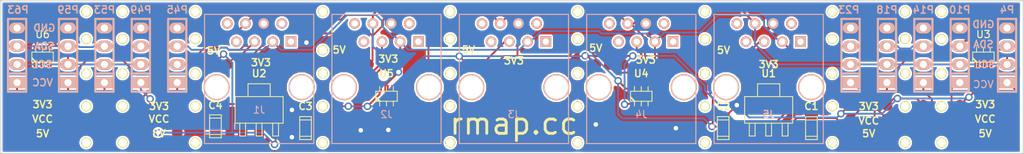
<source format=kicad_pcb>
(kicad_pcb (version 4) (host pcbnew 0.201601221446+6507~42~ubuntu14.04.1-product)
  (title_block (title "Stima - I2C Hub module") (date 2015-07-27) (company http://rmap.cc/) (comment 2 "Released under MIT License(MIT)") (comment 3 "Author: Daniele Castellari dcast78@gmail.com") (comment 4 "This module is part of rmap project"))
  (layers (0 F.Cu signal) (31 B.Cu signal) (34 B.Paste user hide) (35 F.Paste user hide) (36 B.SilkS user) (37 F.SilkS user) (38 B.Mask user hide) (39 F.Mask user hide) (44 Edge.Cuts user))
  (net 0 "")
  (net 1 GND)
  (net 2 "Net-(P2-Pad1)")
  (net 3 "Net-(P10-Pad1)")
  (net 4 "Net-(P12-Pad1)")
  (net 5 "Net-(P16-Pad1)")
  (net 6 "Net-(P20-Pad1)")
  (net 7 "Net-(P43-Pad1)")
  (net 8 "Net-(P47-Pad1)")
  (net 9 "Net-(P51-Pad1)")
  (net 10 "Net-(P56-Pad1)")
  (net 11 "Net-(P61-Pad1)")
  (net 12 "Net-(J5-Pad5)")
  (net 13 /+5V)
  (net 14 /+3.3V)
  (net 15 /SCL)
  (net 16 /SDA)
  (net 17 "Net-(J1-Pad5)")
  (net 18 "Net-(J2-Pad5)")
  (net 19 "Net-(J3-Pad5)")
  (net 20 "Net-(J4-Pad5)")
  (module Connect:RJ45_8 (layer B.Cu) (at 104.14 104.775 180)
    (fp_text reference J3 (at 0 -3.81 180) (layer B.SilkS) (effects (justify mirror)))
    (fp_text value RJ45 hide)
    (pad Hole np_thru_hole circle (at 5.93852 0 180) (size 3.64998 3.64998) (drill 3.2512) (layers *.Cu *.SilkS *.Mask))
    (pad Hole np_thru_hole circle (at -5.9309 0 180) (size 3.64998 3.64998) (drill 3.2512) (layers *.Cu *.SilkS *.Mask))
    (pad 1 thru_hole rect (at -4.445 6.35 180) (size 1.50114 1.50114) (drill 0.89916) (layers *.Cu *.Mask B.SilkS))
    (pad 2 thru_hole circle (at -3.175 8.89 180) (size 1.50114 1.50114) (drill 0.89916) (layers *.Cu *.Mask B.SilkS))
    (pad 3 thru_hole circle (at -1.905 6.35 180) (size 1.50114 1.50114) (drill 0.89916) (layers *.Cu *.Mask B.SilkS) (net 16 /SDA))
    (pad 4 thru_hole circle (at -0.635 8.89 180) (size 1.50114 1.50114) (drill 0.89916) (layers *.Cu *.Mask B.SilkS) (net 1 GND))
    (pad 5 thru_hole circle (at 0.635 6.35 180) (size 1.50114 1.50114) (drill 0.89916) (layers *.Cu *.Mask B.SilkS) (net 19 "Net-(J3-Pad5)"))
    (pad 6 thru_hole circle (at 1.905 8.89 180) (size 1.50114 1.50114) (drill 0.89916) (layers *.Cu *.Mask B.SilkS) (net 15 /SCL))
    (pad 7 thru_hole circle (at 3.175 6.35 180) (size 1.50114 1.50114) (drill 0.89916) (layers *.Cu *.Mask B.SilkS))
    (pad 8 thru_hole circle (at 4.445 8.89 180) (size 1.50114 1.50114) (drill 0.89916) (layers *.Cu *.Mask B.SilkS))
  )
  (module Connect:RJ45_8 (layer B.Cu) (at 86.36 104.775 180)
    (fp_text reference J2 (at 0 -3.81 180) (layer B.SilkS) (effects (justify mirror)))
    (fp_text value RJ45 hide)
    (pad Hole np_thru_hole circle (at 5.93852 0 180) (size 3.64998 3.64998) (drill 3.2512) (layers *.Cu *.SilkS *.Mask))
    (pad Hole np_thru_hole circle (at -5.9309 0 180) (size 3.64998 3.64998) (drill 3.2512) (layers *.Cu *.SilkS *.Mask))
    (pad 1 thru_hole rect (at -4.445 6.35 180) (size 1.50114 1.50114) (drill 0.89916) (layers *.Cu *.Mask B.SilkS))
    (pad 2 thru_hole circle (at -3.175 8.89 180) (size 1.50114 1.50114) (drill 0.89916) (layers *.Cu *.Mask B.SilkS))
    (pad 3 thru_hole circle (at -1.905 6.35 180) (size 1.50114 1.50114) (drill 0.89916) (layers *.Cu *.Mask B.SilkS) (net 16 /SDA))
    (pad 4 thru_hole circle (at -0.635 8.89 180) (size 1.50114 1.50114) (drill 0.89916) (layers *.Cu *.Mask B.SilkS) (net 1 GND))
    (pad 5 thru_hole circle (at 0.635 6.35 180) (size 1.50114 1.50114) (drill 0.89916) (layers *.Cu *.Mask B.SilkS) (net 18 "Net-(J2-Pad5)"))
    (pad 6 thru_hole circle (at 1.905 8.89 180) (size 1.50114 1.50114) (drill 0.89916) (layers *.Cu *.Mask B.SilkS) (net 15 /SCL))
    (pad 7 thru_hole circle (at 3.175 6.35 180) (size 1.50114 1.50114) (drill 0.89916) (layers *.Cu *.Mask B.SilkS))
    (pad 8 thru_hole circle (at 4.445 8.89 180) (size 1.50114 1.50114) (drill 0.89916) (layers *.Cu *.Mask B.SilkS))
  )
  (module Connect:RJ45_8 (layer B.Cu) (at 139.7 104.775 180)
    (fp_text reference J5 (at 0 -3.81 180) (layer B.SilkS) (effects (font (thickness 0.2)) (justify mirror)))
    (fp_text value RJ45 hide)
    (pad Hole np_thru_hole circle (at 5.93852 0 180) (size 3.64998 3.64998) (drill 3.2512) (layers *.Cu *.SilkS *.Mask))
    (pad Hole np_thru_hole circle (at -5.9309 0 180) (size 3.64998 3.64998) (drill 3.2512) (layers *.Cu *.SilkS *.Mask))
    (pad 1 thru_hole rect (at -4.445 6.35 180) (size 1.50114 1.50114) (drill 0.89916) (layers *.Cu *.Mask B.SilkS))
    (pad 2 thru_hole circle (at -3.175 8.89 180) (size 1.50114 1.50114) (drill 0.89916) (layers *.Cu *.Mask B.SilkS))
    (pad 3 thru_hole circle (at -1.905 6.35 180) (size 1.50114 1.50114) (drill 0.89916) (layers *.Cu *.Mask B.SilkS) (net 16 /SDA))
    (pad 4 thru_hole circle (at -0.635 8.89 180) (size 1.50114 1.50114) (drill 0.89916) (layers *.Cu *.Mask B.SilkS) (net 1 GND))
    (pad 5 thru_hole circle (at 0.635 6.35 180) (size 1.50114 1.50114) (drill 0.89916) (layers *.Cu *.Mask B.SilkS) (net 12 "Net-(J5-Pad5)"))
    (pad 6 thru_hole circle (at 1.905 8.89 180) (size 1.50114 1.50114) (drill 0.89916) (layers *.Cu *.Mask B.SilkS) (net 15 /SCL))
    (pad 7 thru_hole circle (at 3.175 6.35 180) (size 1.50114 1.50114) (drill 0.89916) (layers *.Cu *.Mask B.SilkS))
    (pad 8 thru_hole circle (at 4.445 8.89 180) (size 1.50114 1.50114) (drill 0.89916) (layers *.Cu *.Mask B.SilkS))
  )
  (module i2c_hub:1pin (layer F.Cu) (at 44.45 112.522)
    (fp_text reference REF**11115 hide)
    (fp_text value 1pin hide)
    (pad 1 thru_hole circle (at 0 0) (size 1.4 1.4) (drill 1) (layers *.Cu *.Mask F.SilkS))
  )
  (module i2c_hub:1pin (layer F.Cu) (at 44.45 108.458)
    (fp_text reference REF**11114 hide)
    (fp_text value 1pin hide)
    (pad 1 thru_hole circle (at 0 -1.016) (size 1.4 1.4) (drill 1) (layers *.Cu *.Mask F.SilkS))
  )
  (module i2c_hub:1pin (layer F.Cu) (at 44.45 104.615)
    (fp_text reference REF**11113 hide)
    (fp_text value 1pin hide)
    (pad 1 thru_hole circle (at 0 -1.745) (size 1.4 1.4) (drill 1) (layers *.Cu *.Mask F.SilkS))
  )
  (module i2c_hub:1pin (layer F.Cu) (at 44.45 99.615)
    (fp_text reference REF**11112 hide)
    (fp_text value 1pin hide)
    (pad 1 thru_hole circle (at 0 -1.571) (size 1.4 1.4) (drill 1) (layers *.Cu *.Mask F.SilkS))
  )
  (module i2c_hub:1pin (layer F.Cu) (at 44.45 94.615)
    (fp_text reference REF**11111 hide)
    (fp_text value 1pin hide)
    (pad 1 thru_hole circle (at 0 -0.381) (size 1.4 1.4) (drill 1) (layers *.Cu *.Mask F.SilkS))
  )
  (module i2c_hub:1pin (layer F.Cu) (at 163.83 112.522)
    (fp_text reference REF**11116115 hide)
    (fp_text value 1pin hide)
    (pad 1 thru_hole circle (at 0 0) (size 1.4 1.4) (drill 1) (layers *.Cu *.Mask F.SilkS))
  )
  (module i2c_hub:1pin (layer F.Cu) (at 163.83 108.712)
    (fp_text reference REF**11116114 hide)
    (fp_text value 1pin hide)
    (pad 1 thru_hole circle (at 0 -1.27) (size 1.4 1.4) (drill 1) (layers *.Cu *.Mask F.SilkS))
  )
  (module i2c_hub:1pin (layer F.Cu) (at 163.83 104.615)
    (fp_text reference REF**11116113 hide)
    (fp_text value 1pin hide)
    (pad 1 thru_hole circle (at 0 -1.745) (size 1.4 1.4) (drill 1) (layers *.Cu *.Mask F.SilkS))
  )
  (module i2c_hub:1pin (layer F.Cu) (at 163.83 99.615)
    (fp_text reference REF**11116112 hide)
    (fp_text value 1pin hide)
    (pad 1 thru_hole circle (at 0 -1.571) (size 1.4 1.4) (drill 1) (layers *.Cu *.Mask F.SilkS))
  )
  (module i2c_hub:1pin (layer F.Cu) (at 163.83 94.615)
    (fp_text reference REF**11116111 hide)
    (fp_text value 1pin hide)
    (pad 1 thru_hole circle (at 0 -0.381) (size 1.4 1.4) (drill 1) (layers *.Cu *.Mask F.SilkS))
  )
  (module i2c_hub:1pin (layer F.Cu) (at 158.75 112.522)
    (fp_text reference REF**1111615 hide)
    (fp_text value 1pin hide)
    (pad 1 thru_hole circle (at 0 0) (size 1.4 1.4) (drill 1) (layers *.Cu *.Mask F.SilkS))
  )
  (module i2c_hub:1pin (layer F.Cu) (at 158.75 108.712)
    (fp_text reference REF**1111614 hide)
    (fp_text value 1pin hide)
    (pad 1 thru_hole circle (at 0 -1.27) (size 1.4 1.4) (drill 1) (layers *.Cu *.Mask F.SilkS))
  )
  (module i2c_hub:1pin (layer F.Cu) (at 158.75 104.615)
    (fp_text reference REF**1111613 hide)
    (fp_text value 1pin hide)
    (pad 1 thru_hole circle (at 0 -1.745) (size 1.4 1.4) (drill 1) (layers *.Cu *.Mask F.SilkS))
  )
  (module i2c_hub:1pin (layer F.Cu) (at 158.75 98.044)
    (fp_text reference REF**1111612 hide)
    (fp_text value 1pin hide)
    (pad 1 thru_hole circle (at 0 0) (size 1.4 1.4) (drill 1) (layers *.Cu *.Mask F.SilkS))
  )
  (module i2c_hub:1pin (layer F.Cu) (at 158.75 94.234)
    (fp_text reference REF**1111611 hide)
    (fp_text value 1pin hide)
    (pad 1 thru_hole circle (at 0 0) (size 1.4 1.4) (drill 1) (layers *.Cu *.Mask F.SilkS))
  )
  (module i2c_hub:1pin (layer F.Cu) (at 148.59 112.268)
    (fp_text reference REF**111165 hide)
    (fp_text value 1pin hide)
    (pad 1 thru_hole circle (at 0 0.254) (size 1.4 1.4) (drill 1) (layers *.Cu *.Mask F.SilkS))
  )
  (module i2c_hub:1pin (layer F.Cu) (at 130.81 112.268)
    (fp_text reference REF**111155 hide)
    (fp_text value 1pin hide)
    (pad 1 thru_hole circle (at 0 0.254) (size 1.4 1.4) (drill 1) (layers *.Cu *.Mask F.SilkS))
  )
  (module i2c_hub:1pin (layer F.Cu) (at 113.03 112.268)
    (fp_text reference REF**111145 hide)
    (fp_text value 1pin hide)
    (pad 1 thru_hole circle (at 0 0.254) (size 1.4 1.4) (drill 1) (layers *.Cu *.Mask F.SilkS))
  )
  (module i2c_hub:1pin (layer F.Cu) (at 95.25 112.268)
    (fp_text reference REF**111135 hide)
    (fp_text value 1pin hide)
    (pad 1 thru_hole circle (at 0 0.254) (size 1.4 1.4) (drill 1) (layers *.Cu *.Mask F.SilkS))
  )
  (module i2c_hub:1pin (layer F.Cu) (at 77.47 112.522)
    (fp_text reference REF**111125 hide)
    (fp_text value 1pin hide)
    (pad 1 thru_hole circle (at 0 0) (size 1.4 1.4) (drill 1) (layers *.Cu *.Mask F.SilkS))
  )
  (module i2c_hub:1pin (layer F.Cu) (at 59.69 112.522)
    (fp_text reference REF**111115 hide)
    (fp_text value 1pin hide)
    (pad 1 thru_hole circle (at 0 0) (size 1.4 1.4) (drill 1) (layers *.Cu *.Mask F.SilkS))
  )
  (module i2c_hub:1pin (layer F.Cu) (at 148.59 107.442)
    (fp_text reference REF**111164 hide)
    (fp_text value 1pin hide)
    (pad 1 thru_hole circle (at 0 0) (size 1.4 1.4) (drill 1) (layers *.Cu *.Mask F.SilkS))
  )
  (module i2c_hub:1pin (layer F.Cu) (at 130.81 108.712)
    (fp_text reference REF**111154 hide)
    (fp_text value 1pin hide)
    (pad 1 thru_hole circle (at 0 -1.27) (size 1.4 1.4) (drill 1) (layers *.Cu *.Mask F.SilkS))
  )
  (module i2c_hub:1pin (layer F.Cu) (at 113.03 108.458)
    (fp_text reference REF**111144 hide)
    (fp_text value 1pin hide)
    (pad 1 thru_hole circle (at 0 -1.016) (size 1.4 1.4) (drill 1) (layers *.Cu *.Mask F.SilkS))
  )
  (module i2c_hub:1pin (layer F.Cu) (at 95.25 108.458)
    (fp_text reference REF**111134 hide)
    (fp_text value 1pin hide)
    (pad 1 thru_hole circle (at 0 -1.016) (size 1.4 1.4) (drill 1) (layers *.Cu *.Mask F.SilkS))
  )
  (module i2c_hub:1pin (layer F.Cu) (at 77.47 108.458)
    (fp_text reference REF**111124 hide)
    (fp_text value 1pin hide)
    (pad 1 thru_hole circle (at 0 -1.016) (size 1.4 1.4) (drill 1) (layers *.Cu *.Mask F.SilkS))
  )
  (module i2c_hub:1pin (layer F.Cu) (at 59.69 108.458)
    (fp_text reference REF**111114 hide)
    (fp_text value 1pin hide)
    (pad 1 thru_hole circle (at 0 -1.016) (size 1.4 1.4) (drill 1) (layers *.Cu *.Mask F.SilkS))
  )
  (module i2c_hub:1pin (layer F.Cu) (at 148.59 102.87)
    (fp_text reference REF**111163 hide)
    (fp_text value 1pin hide)
    (pad 1 thru_hole circle (at 0 0) (size 1.4 1.4) (drill 1) (layers *.Cu *.Mask F.SilkS))
  )
  (module i2c_hub:1pin (layer F.Cu) (at 130.81 104.615)
    (fp_text reference REF**111153 hide)
    (fp_text value 1pin hide)
    (pad 1 thru_hole circle (at 0 -1.745) (size 1.4 1.4) (drill 1) (layers *.Cu *.Mask F.SilkS))
  )
  (module i2c_hub:1pin (layer F.Cu) (at 113.03 104.615)
    (fp_text reference REF**111143 hide)
    (fp_text value 1pin hide)
    (pad 1 thru_hole circle (at 0 -1.745) (size 1.4 1.4) (drill 1) (layers *.Cu *.Mask F.SilkS))
  )
  (module i2c_hub:1pin (layer F.Cu) (at 95.25 104.615)
    (fp_text reference REF**111133 hide)
    (fp_text value 1pin hide)
    (pad 1 thru_hole circle (at 0 -1.745) (size 1.4 1.4) (drill 1) (layers *.Cu *.Mask F.SilkS))
  )
  (module i2c_hub:1pin (layer F.Cu) (at 77.47 104.615)
    (fp_text reference REF**111123 hide)
    (fp_text value 1pin hide)
    (pad 1 thru_hole circle (at 0 -1.745) (size 1.4 1.4) (drill 1) (layers *.Cu *.Mask F.SilkS))
  )
  (module i2c_hub:1pin (layer F.Cu) (at 59.69 104.615)
    (fp_text reference REF**111113 hide)
    (fp_text value 1pin hide)
    (pad 1 thru_hole circle (at 0 -1.745) (size 1.4 1.4) (drill 1) (layers *.Cu *.Mask F.SilkS))
  )
  (module i2c_hub:1pin (layer F.Cu) (at 148.59 98.044)
    (fp_text reference REF**111162 hide)
    (fp_text value 1pin hide)
    (pad 1 thru_hole circle (at 0 0) (size 1.4 1.4) (drill 1) (layers *.Cu *.Mask F.SilkS))
  )
  (module i2c_hub:1pin (layer F.Cu) (at 130.81 99.615)
    (fp_text reference REF**111152 hide)
    (fp_text value 1pin hide)
    (pad 1 thru_hole circle (at 0 -1.571) (size 1.4 1.4) (drill 1) (layers *.Cu *.Mask F.SilkS))
  )
  (module i2c_hub:1pin (layer F.Cu) (at 113.03 99.615)
    (fp_text reference REF**111142 hide)
    (fp_text value 1pin hide)
    (pad 1 thru_hole circle (at 0 -1.571) (size 1.4 1.4) (drill 1) (layers *.Cu *.Mask F.SilkS))
  )
  (module i2c_hub:1pin (layer F.Cu) (at 95.25 99.615)
    (fp_text reference REF**111132 hide)
    (fp_text value 1pin hide)
    (pad 1 thru_hole circle (at 0 -1.571) (size 1.4 1.4) (drill 1) (layers *.Cu *.Mask F.SilkS))
  )
  (module i2c_hub:1pin (layer F.Cu) (at 77.47 99.615)
    (fp_text reference REF**111122 hide)
    (fp_text value 1pin hide)
    (pad 1 thru_hole circle (at 0 0) (size 1.4 1.4) (drill 1) (layers *.Cu *.Mask F.SilkS))
  )
  (module i2c_hub:1pin (layer F.Cu) (at 59.69 99.615)
    (fp_text reference REF**111112 hide)
    (fp_text value 1pin hide)
    (pad 1 thru_hole circle (at 0 -1.571) (size 1.4 1.4) (drill 1) (layers *.Cu *.Mask F.SilkS))
  )
  (module i2c_hub:1pin (layer F.Cu) (at 148.59 94.234)
    (fp_text reference REF**111161 hide)
    (fp_text value 1pin hide)
    (pad 1 thru_hole circle (at 0 0) (size 1.4 1.4) (drill 1) (layers *.Cu *.Mask F.SilkS))
  )
  (module i2c_hub:1pin (layer F.Cu) (at 130.81 94.615)
    (fp_text reference REF**111151 hide)
    (fp_text value 1pin hide)
    (pad 1 thru_hole circle (at 0 -0.381) (size 1.4 1.4) (drill 1) (layers *.Cu *.Mask F.SilkS))
  )
  (module i2c_hub:1pin (layer F.Cu) (at 113.03 94.615)
    (fp_text reference REF**111141 hide)
    (fp_text value 1pin hide)
    (pad 1 thru_hole circle (at 0 -0.381) (size 1.4 1.4) (drill 1) (layers *.Cu *.Mask F.SilkS))
  )
  (module i2c_hub:1pin (layer F.Cu) (at 95.25 94.615)
    (fp_text reference REF**111131 hide)
    (fp_text value 1pin hide)
    (pad 1 thru_hole circle (at 0 -0.381) (size 1.4 1.4) (drill 1) (layers *.Cu *.Mask F.SilkS))
  )
  (module i2c_hub:1pin (layer F.Cu) (at 77.47 94.615)
    (fp_text reference REF**111121 hide)
    (fp_text value 1pin hide)
    (pad 1 thru_hole circle (at 0 -0.381) (size 1.4 1.4) (drill 1) (layers *.Cu *.Mask F.SilkS))
  )
  (module i2c_hub:1pin (layer F.Cu) (at 59.69 94.615)
    (fp_text reference REF**111111 hide)
    (fp_text value 1pin hide)
    (pad 1 thru_hole circle (at 0 -0.381) (size 1.4 1.4) (drill 1) (layers *.Cu *.Mask F.SilkS))
  )
  (module i2c_hub:1pin (layer F.Cu) (at 49.53 112.522)
    (fp_text reference REF**1115 hide)
    (fp_text value 1pin hide)
    (pad 1 thru_hole circle (at 0 0) (size 1.4 1.4) (drill 1) (layers *.Cu *.Mask F.SilkS))
  )
  (module i2c_hub:1pin (layer F.Cu) (at 49.53 108.458)
    (fp_text reference REF**1114 hide)
    (fp_text value 1pin hide)
    (pad 1 thru_hole circle (at 0 -1.016) (size 1.4 1.4) (drill 1) (layers *.Cu *.Mask F.SilkS))
  )
  (module i2c_hub:1pin (layer F.Cu) (at 49.53 104.615)
    (fp_text reference REF**1113 hide)
    (fp_text value 1pin hide)
    (pad 1 thru_hole circle (at 0 -1.745) (size 1.4 1.4) (drill 1) (layers *.Cu *.Mask F.SilkS))
  )
  (module i2c_hub:1pin (layer F.Cu) (at 49.53 99.615)
    (fp_text reference REF**1112 hide)
    (fp_text value 1pin hide)
    (pad 1 thru_hole circle (at 0 -1.571) (size 1.4 1.4) (drill 1) (layers *.Cu *.Mask F.SilkS))
  )
  (module Measurement_Points:Measurement_Point_Round-SMD-Pad_Small (layer F.Cu) (at 151.13 111.125)
    (fp_text reference P1 hide)
    (fp_text value 5V hide)
    (pad 1 smd circle (at 0 0) (size 1.524 1.524) (layers F.Cu F.Paste F.Mask) (net 13 /+5V))
  )
  (module Measurement_Points:Measurement_Point_Round-SMD-Pad_Small (layer F.Cu) (at 172.974 109.22)
    (fp_text reference P2 hide)
    (fp_text value SEL hide)
    (pad 1 smd circle (at 0 0) (size 1.524 1.524) (layers F.Cu F.Paste F.Mask) (net 2 "Net-(P2-Pad1)"))
  )
  (module Measurement_Points:Measurement_Point_Round-SMD-Pad_Small (layer F.Cu) (at 156.21 107.315)
    (fp_text reference P3 hide)
    (fp_text value 3V3 hide)
    (pad 1 smd circle (at 0 0) (size 1.524 1.524) (layers F.Cu F.Paste F.Mask) (net 14 /+3.3V))
  )
  (module Measurement_Points:Measurement_Point_Round-SMD-Pad_Small (layer F.Cu) (at 133.35 101.6)
    (fp_text reference P6 hide)
    (fp_text value 5V hide)
    (pad 1 smd circle (at 0 0) (size 1.524 1.524) (layers F.Cu F.Paste F.Mask) (net 13 /+5V))
  )
  (module Measurement_Points:Measurement_Point_Round-SMD-Pad_Small (layer F.Cu) (at 166.37 109.22)
    (fp_text reference P7 hide)
    (fp_text value SEL hide)
    (pad 1 smd circle (at 0 0) (size 1.524 1.524) (layers F.Cu F.Paste F.Mask) (net 3 "Net-(P10-Pad1)"))
  )
  (module Measurement_Points:Measurement_Point_Round-SMD-Pad_Small (layer F.Cu) (at 161.29 107.315)
    (fp_text reference P8 hide)
    (fp_text value 3V3 hide)
    (pad 1 smd circle (at 0 0) (size 1.524 1.524) (layers F.Cu F.Paste F.Mask) (net 14 /+3.3V))
  )
  (module Measurement_Points:Measurement_Point_Round-SMD-Pad_Small (layer F.Cu) (at 115.57 101.6)
    (fp_text reference P11 hide)
    (fp_text value 5V hide)
    (pad 1 smd circle (at 0 0) (size 1.524 1.524) (layers F.Cu F.Paste F.Mask) (net 13 /+5V))
  )
  (module Measurement_Points:Measurement_Point_Round-SMD-Pad_Small (layer F.Cu) (at 161.29 109.22)
    (fp_text reference P12 hide)
    (fp_text value SEL hide)
    (pad 1 smd circle (at 0 0) (size 1.524 1.524) (layers F.Cu F.Paste F.Mask) (net 4 "Net-(P12-Pad1)"))
  )
  (module Measurement_Points:Measurement_Point_Round-SMD-Pad_Small (layer F.Cu) (at 166.37 107.315)
    (fp_text reference P13 hide)
    (fp_text value 3V3 hide)
    (pad 1 smd circle (at 0 0) (size 1.524 1.524) (layers F.Cu F.Paste F.Mask) (net 14 /+3.3V))
  )
  (module Measurement_Points:Measurement_Point_Round-SMD-Pad_Small (layer F.Cu) (at 97.79 101.6)
    (fp_text reference P15 hide)
    (fp_text value 5V hide)
    (pad 1 smd circle (at 0 0) (size 1.524 1.524) (layers F.Cu F.Paste F.Mask) (net 13 /+5V))
  )
  (module Measurement_Points:Measurement_Point_Round-SMD-Pad_Small (layer F.Cu) (at 156.21 109.22)
    (fp_text reference P16 hide)
    (fp_text value SEL hide)
    (pad 1 smd circle (at 0 0) (size 1.524 1.524) (layers F.Cu F.Paste F.Mask) (net 5 "Net-(P16-Pad1)"))
  )
  (module Measurement_Points:Measurement_Point_Round-SMD-Pad_Small (layer F.Cu) (at 172.974 107.315)
    (fp_text reference P17 hide)
    (fp_text value 3V3 hide)
    (pad 1 smd circle (at 0 0) (size 1.524 1.524) (layers F.Cu F.Paste F.Mask) (net 14 /+3.3V))
  )
  (module Measurement_Points:Measurement_Point_Round-SMD-Pad_Small (layer F.Cu) (at 80.01 101.6)
    (fp_text reference P19 hide)
    (fp_text value 5V hide)
    (pad 1 smd circle (at 0 0) (size 1.524 1.524) (layers F.Cu F.Paste F.Mask) (net 13 /+5V))
  )
  (module Measurement_Points:Measurement_Point_Round-SMD-Pad_Small (layer F.Cu) (at 151.13 109.22)
    (fp_text reference P20 hide)
    (fp_text value SEL hide)
    (pad 1 smd circle (at 0 0) (size 1.524 1.524) (layers F.Cu F.Paste F.Mask) (net 6 "Net-(P20-Pad1)"))
  )
  (module Measurement_Points:Measurement_Point_Round-SMD-Pad_Small (layer F.Cu) (at 52.07 107.315)
    (fp_text reference P21 hide)
    (fp_text value 3V3 hide)
    (pad 1 smd circle (at 0 0) (size 1.524 1.524) (layers F.Cu F.Paste F.Mask) (net 14 /+3.3V))
  )
  (module Measurement_Points:Measurement_Point_Round-SMD-Pad_Small (layer F.Cu) (at 62.23 101.6)
    (fp_text reference P24 hide)
    (fp_text value 5V hide)
    (pad 1 smd circle (at 0 0) (size 1.524 1.524) (layers F.Cu F.Paste F.Mask) (net 13 /+5V))
  )
  (module Measurement_Points:Measurement_Point_Round-SMD-Pad_Small (layer F.Cu) (at 64.135 101.6)
    (fp_text reference P25 hide)
    (fp_text value SEL hide)
    (pad 1 smd circle (at 0 0) (size 1.524 1.524) (layers F.Cu F.Paste F.Mask) (net 17 "Net-(J1-Pad5)"))
  )
  (module Measurement_Points:Measurement_Point_Round-SMD-Pad_Small (layer F.Cu) (at 137.16 101.6)
    (fp_text reference P27 hide)
    (fp_text value 3V3 hide)
    (pad 1 smd circle (at 0 0) (size 1.524 1.524) (layers F.Cu F.Paste F.Mask) (net 14 /+3.3V))
  )
  (module Measurement_Points:Measurement_Point_Round-SMD-Pad_Small (layer F.Cu) (at 172.974 111.125)
    (fp_text reference P28 hide)
    (fp_text value 5V hide)
    (pad 1 smd circle (at 0 0) (size 1.524 1.524) (layers F.Cu F.Paste F.Mask) (net 13 /+5V))
  )
  (module Measurement_Points:Measurement_Point_Round-SMD-Pad_Small (layer F.Cu) (at 81.915 101.6)
    (fp_text reference P29 hide)
    (fp_text value SEL hide)
    (pad 1 smd circle (at 0 0) (size 1.524 1.524) (layers F.Cu F.Paste F.Mask) (net 18 "Net-(J2-Pad5)"))
  )
  (module Measurement_Points:Measurement_Point_Round-SMD-Pad_Small (layer F.Cu) (at 119.38 101.6)
    (fp_text reference P30 hide)
    (fp_text value 3V3 hide)
    (pad 1 smd circle (at 0 0) (size 1.524 1.524) (layers F.Cu F.Paste F.Mask) (net 14 /+3.3V))
  )
  (module Measurement_Points:Measurement_Point_Round-SMD-Pad_Small (layer F.Cu) (at 166.37 111.125)
    (fp_text reference P31 hide)
    (fp_text value 5V hide)
    (pad 1 smd circle (at 0 0) (size 1.524 1.524) (layers F.Cu F.Paste F.Mask) (net 13 /+5V))
  )
  (module Measurement_Points:Measurement_Point_Round-SMD-Pad_Small (layer F.Cu) (at 99.695 101.6)
    (fp_text reference P32 hide)
    (fp_text value SEL hide)
    (pad 1 smd circle (at 0 0) (size 1.524 1.524) (layers F.Cu F.Paste F.Mask) (net 19 "Net-(J3-Pad5)"))
  )
  (module Measurement_Points:Measurement_Point_Round-SMD-Pad_Small (layer F.Cu) (at 83.82 101.6)
    (fp_text reference P33 hide)
    (fp_text value 3V3 hide)
    (pad 1 smd circle (at 0 0) (size 1.524 1.524) (layers F.Cu F.Paste F.Mask) (net 14 /+3.3V))
  )
  (module Measurement_Points:Measurement_Point_Round-SMD-Pad_Small (layer F.Cu) (at 156.21 111.125)
    (fp_text reference P34 hide)
    (fp_text value 5V hide)
    (pad 1 smd circle (at 0 0) (size 1.524 1.524) (layers F.Cu F.Paste F.Mask) (net 13 /+5V))
  )
  (module Measurement_Points:Measurement_Point_Round-SMD-Pad_Small (layer F.Cu) (at 117.475 101.6)
    (fp_text reference P35 hide)
    (fp_text value SEL hide)
    (pad 1 smd circle (at 0 0) (size 1.524 1.524) (layers F.Cu F.Paste F.Mask) (net 20 "Net-(J4-Pad5)"))
  )
  (module Measurement_Points:Measurement_Point_Round-SMD-Pad_Small (layer F.Cu) (at 57.15 107.315)
    (fp_text reference P36 hide)
    (fp_text value 3V3 hide)
    (pad 1 smd circle (at 0 0) (size 1.524 1.524) (layers F.Cu F.Paste F.Mask) (net 14 /+3.3V))
  )
  (module Measurement_Points:Measurement_Point_Round-SMD-Pad_Small (layer F.Cu) (at 161.29 111.125)
    (fp_text reference P37 hide)
    (fp_text value 5V hide)
    (pad 1 smd circle (at 0 0) (size 1.524 1.524) (layers F.Cu F.Paste F.Mask) (net 13 /+5V))
  )
  (module Measurement_Points:Measurement_Point_Round-SMD-Pad_Small (layer F.Cu) (at 135.255 101.6)
    (fp_text reference P38 hide)
    (fp_text value SEL hide)
    (pad 1 smd circle (at 0 0) (size 1.524 1.524) (layers F.Cu F.Paste F.Mask) (net 12 "Net-(J5-Pad5)"))
  )
  (module Measurement_Points:Measurement_Point_Round-SMD-Pad_Small (layer F.Cu) (at 101.6 101.6)
    (fp_text reference P39 hide)
    (fp_text value 3V3 hide)
    (pad 1 smd circle (at 0 0) (size 1.524 1.524) (layers F.Cu F.Paste F.Mask) (net 14 /+3.3V))
  )
  (module Measurement_Points:Measurement_Point_Round-SMD-Pad_Small (layer F.Cu) (at 52.07 111.125)
    (fp_text reference P42 hide)
    (fp_text value 5V hide)
    (pad 1 smd circle (at 0 0) (size 1.524 1.524) (layers F.Cu F.Paste F.Mask) (net 13 /+5V))
  )
  (module Measurement_Points:Measurement_Point_Round-SMD-Pad_Small (layer F.Cu) (at 57.15 109.22)
    (fp_text reference P43 hide)
    (fp_text value SEL hide)
    (pad 1 smd circle (at 0 0) (size 1.524 1.524) (layers F.Cu F.Paste F.Mask) (net 7 "Net-(P43-Pad1)"))
  )
  (module Measurement_Points:Measurement_Point_Round-SMD-Pad_Small (layer F.Cu) (at 66.04 101.6)
    (fp_text reference P44 hide)
    (fp_text value 3V3 hide)
    (pad 1 smd circle (at 0 0) (size 1.524 1.524) (layers F.Cu F.Paste F.Mask) (net 14 /+3.3V))
  )
  (module Measurement_Points:Measurement_Point_Round-SMD-Pad_Small (layer F.Cu) (at 41.91 111.125)
    (fp_text reference P46 hide)
    (fp_text value 5V hide)
    (pad 1 smd circle (at 0 0) (size 1.524 1.524) (layers F.Cu F.Paste F.Mask) (net 13 /+5V))
  )
  (module Measurement_Points:Measurement_Point_Round-SMD-Pad_Small (layer F.Cu) (at 52.07 109.22)
    (fp_text reference P47 hide)
    (fp_text value SEL hide)
    (pad 1 smd circle (at 0 0) (size 1.524 1.524) (layers F.Cu F.Paste F.Mask) (net 8 "Net-(P47-Pad1)"))
  )
  (module Measurement_Points:Measurement_Point_Round-SMD-Pad_Small (layer F.Cu) (at 151.13 107.315)
    (fp_text reference P48 hide)
    (fp_text value 3V3 hide)
    (pad 1 smd circle (at 0 0) (size 1.524 1.524) (layers F.Cu F.Paste F.Mask) (net 14 /+3.3V))
  )
  (module Measurement_Points:Measurement_Point_Round-SMD-Pad_Small (layer F.Cu) (at 57.15 111.125)
    (fp_text reference P50 hide)
    (fp_text value 5V hide)
    (pad 1 smd circle (at 0 0) (size 1.524 1.524) (layers F.Cu F.Paste F.Mask) (net 13 /+5V))
  )
  (module Measurement_Points:Measurement_Point_Round-SMD-Pad_Small (layer F.Cu) (at 46.99 109.22)
    (fp_text reference P51 hide)
    (fp_text value SEL hide)
    (pad 1 smd circle (at 0 0) (size 1.524 1.524) (layers F.Cu F.Paste F.Mask) (net 9 "Net-(P51-Pad1)"))
  )
  (module Measurement_Points:Measurement_Point_Round-SMD-Pad_Small (layer F.Cu) (at 46.99 107.315)
    (fp_text reference P52 hide)
    (fp_text value 3V3 hide)
    (pad 1 smd circle (at 0 0) (size 1.524 1.524) (layers F.Cu F.Paste F.Mask) (net 14 /+3.3V))
  )
  (module Measurement_Points:Measurement_Point_Round-SMD-Pad_Small (layer F.Cu) (at 46.99 111.125)
    (fp_text reference P55 hide)
    (fp_text value 5V hide)
    (pad 1 smd circle (at 0 0) (size 1.524 1.524) (layers F.Cu F.Paste F.Mask) (net 13 /+5V))
  )
  (module Measurement_Points:Measurement_Point_Round-SMD-Pad_Small (layer F.Cu) (at 41.91 109.22)
    (fp_text reference P56 hide)
    (fp_text value SEL hide)
    (pad 1 smd circle (at 0 0) (size 1.524 1.524) (layers F.Cu F.Paste F.Mask) (net 10 "Net-(P56-Pad1)"))
  )
  (module Measurement_Points:Measurement_Point_Round-SMD-Pad_Small (layer F.Cu) (at 41.91 107.315)
    (fp_text reference P57 hide)
    (fp_text value 3V3 hide)
    (pad 1 smd circle (at 0 0) (size 1.524 1.524) (layers F.Cu F.Paste F.Mask) (net 14 /+3.3V))
  )
  (module Measurement_Points:Measurement_Point_Round-SMD-Pad_Small (layer F.Cu) (at 34.798 111.125)
    (fp_text reference P60 hide)
    (fp_text value 5V hide)
    (pad 1 smd circle (at 0 0) (size 1.524 1.524) (layers F.Cu F.Paste F.Mask) (net 13 /+5V))
  )
  (module Measurement_Points:Measurement_Point_Round-SMD-Pad_Small (layer F.Cu) (at 34.798 109.22)
    (fp_text reference P61 hide)
    (fp_text value SEL hide)
    (pad 1 smd circle (at 0 0) (size 1.524 1.524) (layers F.Cu F.Paste F.Mask) (net 11 "Net-(P61-Pad1)"))
  )
  (module Measurement_Points:Measurement_Point_Round-SMD-Pad_Small (layer F.Cu) (at 34.798 107.315)
    (fp_text reference P62 hide)
    (fp_text value 3V3 hide)
    (pad 1 smd circle (at 0 0) (size 1.524 1.524) (layers F.Cu F.Paste F.Mask) (net 14 /+3.3V))
  )
  (module w_smd_cap:c_1206 (layer F.Cu) (at 145.669 110.49 90)
    (fp_text reference C1 (at 3.048 0 180) (layer F.SilkS) (effects (font (thickness 0.2))))
    (fp_text value 10uF hide)
    (pad 1 smd rect (at 1.397 0 90) (size 1.6002 1.8034) (layers F.Cu F.Paste F.Mask) (net 13 /+5V))
    (pad 2 smd rect (at -1.397 0 90) (size 1.6002 1.8034) (layers F.Cu F.Paste F.Mask) (net 1 GND))
  )
  (module w_smd_cap:c_1206 (layer F.Cu) (at 133.35 110.49 90)
    (fp_text reference C2 (at 3.048 0 180) (layer F.SilkS) (effects (font (thickness 0.2))))
    (fp_text value 10uF hide)
    (pad 1 smd rect (at 1.397 0 90) (size 1.6002 1.8034) (layers F.Cu F.Paste F.Mask) (net 14 /+3.3V))
    (pad 2 smd rect (at -1.397 0 90) (size 1.6002 1.8034) (layers F.Cu F.Paste F.Mask) (net 1 GND))
  )
  (module w_smd_cap:c_1206 (layer F.Cu) (at 75.057 110.49 90)
    (fp_text reference C3 (at 3.048 0 180) (layer F.SilkS) (effects (font (thickness 0.2))))
    (fp_text value 10uF hide)
    (pad 1 smd rect (at 1.397 0 90) (size 1.6002 1.8034) (layers F.Cu F.Paste F.Mask) (net 13 /+5V))
    (pad 2 smd rect (at -1.397 0 90) (size 1.6002 1.8034) (layers F.Cu F.Paste F.Mask) (net 1 GND))
  )
  (module w_smd_cap:c_1206 (layer F.Cu) (at 62.484 110.236 90)
    (fp_text reference C4 (at 2.921 0 180) (layer F.SilkS) (effects (font (thickness 0.2))))
    (fp_text value 10uF hide)
    (pad 1 smd rect (at 1.397 0 90) (size 1.6002 1.8034) (layers F.Cu F.Paste F.Mask) (net 14 /+3.3V))
    (pad 2 smd rect (at -1.397 0 90) (size 1.6002 1.8034) (layers F.Cu F.Paste F.Mask) (net 1 GND))
  )
  (module w_pin_strip:pin_strip_4 (layer B.Cu) (at 172.974 100.33 90)
    (fp_text reference P4 (at 6.35 0 180) (layer B.SilkS) (effects (font (size 1.016 1.016) (thickness 0.2032)) (justify mirror)))
    (fp_text value CONN_01X04 hide)
    (pad 1 thru_hole rect (at -3.81 0 90) (size 1.524 2.19964) (drill 1.00076) (layers *.Cu *.Mask B.SilkS) (net 2 "Net-(P2-Pad1)"))
    (pad 2 thru_hole oval (at -1.27 0 90) (size 1.524 2.19964) (drill 1.00076) (layers *.Cu *.Mask B.SilkS) (net 15 /SCL))
    (pad 3 thru_hole oval (at 1.27 0 90) (size 1.524 2.19964) (drill 1.00076) (layers *.Cu *.Mask B.SilkS) (net 16 /SDA))
    (pad 4 thru_hole oval (at 3.81 0 90) (size 1.524 2.19964) (drill 1.00076) (layers *.Cu *.Mask B.SilkS) (net 1 GND))
  )
  (module w_pin_strip:pin_strip_4 (layer B.Cu) (at 166.37 100.33 90)
    (fp_text reference P10 (at 6.35 0 180) (layer B.SilkS) (effects (font (size 1.016 1.016) (thickness 0.2032)) (justify mirror)))
    (fp_text value CONN_01X04 hide)
    (pad 1 thru_hole rect (at -3.81 0 90) (size 1.524 2.19964) (drill 1.00076) (layers *.Cu *.Mask B.SilkS) (net 3 "Net-(P10-Pad1)"))
    (pad 2 thru_hole oval (at -1.27 0 90) (size 1.524 2.19964) (drill 1.00076) (layers *.Cu *.Mask B.SilkS) (net 15 /SCL))
    (pad 3 thru_hole oval (at 1.27 0 90) (size 1.524 2.19964) (drill 1.00076) (layers *.Cu *.Mask B.SilkS) (net 16 /SDA))
    (pad 4 thru_hole oval (at 3.81 0 90) (size 1.524 2.19964) (drill 1.00076) (layers *.Cu *.Mask B.SilkS) (net 1 GND))
  )
  (module w_pin_strip:pin_strip_4 (layer B.Cu) (at 161.29 100.33 90)
    (fp_text reference P14 (at 6.35 0 180) (layer B.SilkS) (effects (font (size 1.016 1.016) (thickness 0.2032)) (justify mirror)))
    (fp_text value CONN_01X04 hide)
    (pad 1 thru_hole rect (at -3.81 0 90) (size 1.524 2.19964) (drill 1.00076) (layers *.Cu *.Mask B.SilkS) (net 4 "Net-(P12-Pad1)"))
    (pad 2 thru_hole oval (at -1.27 0 90) (size 1.524 2.19964) (drill 1.00076) (layers *.Cu *.Mask B.SilkS) (net 15 /SCL))
    (pad 3 thru_hole oval (at 1.27 0 90) (size 1.524 2.19964) (drill 1.00076) (layers *.Cu *.Mask B.SilkS) (net 16 /SDA))
    (pad 4 thru_hole oval (at 3.81 0 90) (size 1.524 2.19964) (drill 1.00076) (layers *.Cu *.Mask B.SilkS) (net 1 GND))
  )
  (module w_pin_strip:pin_strip_4 (layer B.Cu) (at 156.21 100.33 90)
    (fp_text reference P18 (at 6.35 0 180) (layer B.SilkS) (effects (font (size 1.016 1.016) (thickness 0.2032)) (justify mirror)))
    (fp_text value CONN_01X04 hide)
    (pad 1 thru_hole rect (at -3.81 0 90) (size 1.524 2.19964) (drill 1.00076) (layers *.Cu *.Mask B.SilkS) (net 5 "Net-(P16-Pad1)"))
    (pad 2 thru_hole oval (at -1.27 0 90) (size 1.524 2.19964) (drill 1.00076) (layers *.Cu *.Mask B.SilkS) (net 15 /SCL))
    (pad 3 thru_hole oval (at 1.27 0 90) (size 1.524 2.19964) (drill 1.00076) (layers *.Cu *.Mask B.SilkS) (net 16 /SDA))
    (pad 4 thru_hole oval (at 3.81 0 90) (size 1.524 2.19964) (drill 1.00076) (layers *.Cu *.Mask B.SilkS) (net 1 GND))
  )
  (module w_pin_strip:pin_strip_4 (layer B.Cu) (at 151.13 100.33 90)
    (fp_text reference P23 (at 6.35 -0.254 180) (layer B.SilkS) (effects (font (size 1.016 1.016) (thickness 0.2032)) (justify mirror)))
    (fp_text value CONN_01X04 hide)
    (pad 1 thru_hole rect (at -3.81 0 90) (size 1.524 2.19964) (drill 1.00076) (layers *.Cu *.Mask B.SilkS) (net 6 "Net-(P20-Pad1)"))
    (pad 2 thru_hole oval (at -1.27 0 90) (size 1.524 2.19964) (drill 1.00076) (layers *.Cu *.Mask B.SilkS) (net 15 /SCL))
    (pad 3 thru_hole oval (at 1.27 0 90) (size 1.524 2.19964) (drill 1.00076) (layers *.Cu *.Mask B.SilkS) (net 16 /SDA))
    (pad 4 thru_hole oval (at 3.81 0 90) (size 1.524 2.19964) (drill 1.00076) (layers *.Cu *.Mask B.SilkS) (net 1 GND))
  )
  (module w_pin_strip:pin_strip_4 (layer B.Cu) (at 57.15 100.33 90)
    (fp_text reference P45 (at 6.35 0 180) (layer B.SilkS) (effects (font (size 1.016 1.016) (thickness 0.2032)) (justify mirror)))
    (fp_text value CONN_01X04 hide)
    (pad 1 thru_hole rect (at -3.81 0 90) (size 1.524 2.19964) (drill 1.00076) (layers *.Cu *.Mask B.SilkS) (net 7 "Net-(P43-Pad1)"))
    (pad 2 thru_hole oval (at -1.27 0 90) (size 1.524 2.19964) (drill 1.00076) (layers *.Cu *.Mask B.SilkS) (net 15 /SCL))
    (pad 3 thru_hole oval (at 1.27 0 90) (size 1.524 2.19964) (drill 1.00076) (layers *.Cu *.Mask B.SilkS) (net 16 /SDA))
    (pad 4 thru_hole oval (at 3.81 0 90) (size 1.524 2.19964) (drill 1.00076) (layers *.Cu *.Mask B.SilkS) (net 1 GND))
  )
  (module w_pin_strip:pin_strip_4 (layer B.Cu) (at 52.07 100.33 90)
    (fp_text reference P49 (at 6.35 0 180) (layer B.SilkS) (effects (font (size 1.016 1.016) (thickness 0.2032)) (justify mirror)))
    (fp_text value CONN_01X04 hide)
    (pad 1 thru_hole rect (at -3.81 0 90) (size 1.524 2.19964) (drill 1.00076) (layers *.Cu *.Mask B.SilkS) (net 8 "Net-(P47-Pad1)"))
    (pad 2 thru_hole oval (at -1.27 0 90) (size 1.524 2.19964) (drill 1.00076) (layers *.Cu *.Mask B.SilkS) (net 15 /SCL))
    (pad 3 thru_hole oval (at 1.27 0 90) (size 1.524 2.19964) (drill 1.00076) (layers *.Cu *.Mask B.SilkS) (net 16 /SDA))
    (pad 4 thru_hole oval (at 3.81 0 90) (size 1.524 2.19964) (drill 1.00076) (layers *.Cu *.Mask B.SilkS) (net 1 GND))
  )
  (module w_pin_strip:pin_strip_4 (layer B.Cu) (at 46.99 100.33 90)
    (fp_text reference P53 (at 6.35 0 180) (layer B.SilkS) (effects (font (size 1.016 1.016) (thickness 0.2032)) (justify mirror)))
    (fp_text value CONN_01X04 hide)
    (pad 1 thru_hole rect (at -3.81 0 90) (size 1.524 2.19964) (drill 1.00076) (layers *.Cu *.Mask B.SilkS) (net 9 "Net-(P51-Pad1)"))
    (pad 2 thru_hole oval (at -1.27 0 90) (size 1.524 2.19964) (drill 1.00076) (layers *.Cu *.Mask B.SilkS) (net 15 /SCL))
    (pad 3 thru_hole oval (at 1.27 0 90) (size 1.524 2.19964) (drill 1.00076) (layers *.Cu *.Mask B.SilkS) (net 16 /SDA))
    (pad 4 thru_hole oval (at 3.81 0 90) (size 1.524 2.19964) (drill 1.00076) (layers *.Cu *.Mask B.SilkS) (net 1 GND))
  )
  (module w_pin_strip:pin_strip_4 (layer B.Cu) (at 41.91 100.33 90)
    (fp_text reference P59 (at 6.35 0 180) (layer B.SilkS) (effects (font (size 1.016 1.016) (thickness 0.2032)) (justify mirror)))
    (fp_text value CONN_01X04 hide)
    (pad 1 thru_hole rect (at -3.81 0 90) (size 1.524 2.19964) (drill 1.00076) (layers *.Cu *.Mask B.SilkS) (net 10 "Net-(P56-Pad1)"))
    (pad 2 thru_hole oval (at -1.27 0 90) (size 1.524 2.19964) (drill 1.00076) (layers *.Cu *.Mask B.SilkS) (net 15 /SCL))
    (pad 3 thru_hole oval (at 1.27 0 90) (size 1.524 2.19964) (drill 1.00076) (layers *.Cu *.Mask B.SilkS) (net 16 /SDA))
    (pad 4 thru_hole oval (at 3.81 0 90) (size 1.524 2.19964) (drill 1.00076) (layers *.Cu *.Mask B.SilkS) (net 1 GND))
  )
  (module w_pin_strip:pin_strip_4 (layer B.Cu) (at 34.798 100.33 90)
    (fp_text reference P63 (at 6.35 0.127 180) (layer B.SilkS) (effects (font (size 1.016 1.016) (thickness 0.2032)) (justify mirror)))
    (fp_text value CONN_01X04 hide)
    (pad 1 thru_hole rect (at -3.81 0 90) (size 1.524 2.19964) (drill 1.00076) (layers *.Cu *.Mask B.SilkS) (net 11 "Net-(P61-Pad1)"))
    (pad 2 thru_hole oval (at -1.27 0 90) (size 1.524 2.19964) (drill 1.00076) (layers *.Cu *.Mask B.SilkS) (net 15 /SCL))
    (pad 3 thru_hole oval (at 1.27 0 90) (size 1.524 2.19964) (drill 1.00076) (layers *.Cu *.Mask B.SilkS) (net 16 /SDA))
    (pad 4 thru_hole oval (at 3.81 0 90) (size 1.524 2.19964) (drill 1.00076) (layers *.Cu *.Mask B.SilkS) (net 1 GND))
  )
  (module w_smd_trans:sot223 (layer F.Cu) (at 139.7 107.95)
    (fp_text reference U1 (at 0 -5.08) (layer F.SilkS) (effects (font (size 1.00076 1.00076) (thickness 0.20066))))
    (fp_text value LM317_SOT223 hide)
    (pad 1 smd rect (at -2.30124 2.99974) (size 1.30048 1.80086) (layers F.Cu F.Paste F.Mask) (net 1 GND))
    (pad 2 smd rect (at 0 2.99974) (size 1.30048 1.80086) (layers F.Cu F.Paste F.Mask) (net 14 /+3.3V))
    (pad 3 smd rect (at 2.30124 2.99974) (size 1.30048 1.80086) (layers F.Cu F.Paste F.Mask) (net 13 /+5V))
    (pad 4 smd rect (at 0 -2.99974) (size 3.79984 1.80086) (layers F.Cu F.Paste F.Mask))
  )
  (module w_smd_trans:sot223 (layer F.Cu) (at 68.58 107.95)
    (fp_text reference U2 (at 0 -5.08) (layer F.SilkS) (effects (font (size 1.00076 1.00076) (thickness 0.20066))))
    (fp_text value LM317_SOT223 hide)
    (pad 1 smd rect (at -2.30124 2.99974) (size 1.30048 1.80086) (layers F.Cu F.Paste F.Mask) (net 1 GND))
    (pad 2 smd rect (at 0 2.99974) (size 1.30048 1.80086) (layers F.Cu F.Paste F.Mask) (net 14 /+3.3V))
    (pad 3 smd rect (at 2.30124 2.99974) (size 1.30048 1.80086) (layers F.Cu F.Paste F.Mask) (net 13 /+5V))
    (pad 4 smd rect (at 0 -2.99974) (size 3.79984 1.80086) (layers F.Cu F.Paste F.Mask))
  )
  (module w_smd_trans:sot23-6 (layer F.Cu) (at 169.672 100.584)
    (fp_text reference U3 (at 0 -3.175) (layer F.SilkS) (effects (font (thickness 0.16))))
    (fp_text value ESDA6V1-5SC6 hide)
    (pad 1 smd rect (at -0.9525 1.05664) (size 0.59944 1.00076) (layers F.Cu F.Paste F.Mask) (net 14 /+3.3V))
    (pad 3 smd rect (at 0.9525 1.05664) (size 0.59944 1.00076) (layers F.Cu F.Paste F.Mask))
    (pad 2 smd rect (at 0 1.05664) (size 0.59944 1.00076) (layers F.Cu F.Paste F.Mask) (net 1 GND))
    (pad 4 smd rect (at 0.9525 -1.05664) (size 0.59944 1.00076) (layers F.Cu F.Paste F.Mask) (net 16 /SDA))
    (pad 6 smd rect (at -0.9525 -1.05664) (size 0.59944 1.00076) (layers F.Cu F.Paste F.Mask) (net 13 /+5V))
    (pad 5 smd rect (at 0 -1.05664) (size 0.59944 1.00076) (layers F.Cu F.Paste F.Mask) (net 15 /SCL))
  )
  (module w_smd_trans:sot23-6 (layer F.Cu) (at 121.92 106.045)
    (fp_text reference U4 (at 0 -3.175) (layer F.SilkS) (effects (font (thickness 0.2))))
    (fp_text value ESDA6V1-5SC6 hide)
    (pad 1 smd rect (at -0.9525 1.05664) (size 0.59944 1.00076) (layers F.Cu F.Paste F.Mask) (net 14 /+3.3V))
    (pad 3 smd rect (at 0.9525 1.05664) (size 0.59944 1.00076) (layers F.Cu F.Paste F.Mask))
    (pad 2 smd rect (at 0 1.05664) (size 0.59944 1.00076) (layers F.Cu F.Paste F.Mask) (net 1 GND))
    (pad 4 smd rect (at 0.9525 -1.05664) (size 0.59944 1.00076) (layers F.Cu F.Paste F.Mask) (net 16 /SDA))
    (pad 6 smd rect (at -0.9525 -1.05664) (size 0.59944 1.00076) (layers F.Cu F.Paste F.Mask) (net 13 /+5V))
    (pad 5 smd rect (at 0 -1.05664) (size 0.59944 1.00076) (layers F.Cu F.Paste F.Mask) (net 15 /SCL))
  )
  (module w_smd_trans:sot23-6 (layer F.Cu) (at 86.36 106.045)
    (fp_text reference U5 (at 0 -3.175) (layer F.SilkS) (effects (font (thickness 0.2))))
    (fp_text value ESDA6V1-5SC6 hide)
    (pad 1 smd rect (at -0.9525 1.05664) (size 0.59944 1.00076) (layers F.Cu F.Paste F.Mask) (net 14 /+3.3V))
    (pad 3 smd rect (at 0.9525 1.05664) (size 0.59944 1.00076) (layers F.Cu F.Paste F.Mask))
    (pad 2 smd rect (at 0 1.05664) (size 0.59944 1.00076) (layers F.Cu F.Paste F.Mask) (net 1 GND))
    (pad 4 smd rect (at 0.9525 -1.05664) (size 0.59944 1.00076) (layers F.Cu F.Paste F.Mask) (net 16 /SDA))
    (pad 6 smd rect (at -0.9525 -1.05664) (size 0.59944 1.00076) (layers F.Cu F.Paste F.Mask) (net 13 /+5V))
    (pad 5 smd rect (at 0 -1.05664) (size 0.59944 1.00076) (layers F.Cu F.Paste F.Mask) (net 15 /SCL))
  )
  (module w_smd_trans:sot23-6 (layer F.Cu) (at 38.354 100.584)
    (fp_text reference U6 (at 0 -3.175) (layer F.SilkS) (effects (font (thickness 0.16))))
    (fp_text value ESDA6V1-5SC6 hide)
    (pad 1 smd rect (at -0.9525 1.05664) (size 0.59944 1.00076) (layers F.Cu F.Paste F.Mask) (net 14 /+3.3V))
    (pad 3 smd rect (at 0.9525 1.05664) (size 0.59944 1.00076) (layers F.Cu F.Paste F.Mask))
    (pad 2 smd rect (at 0 1.05664) (size 0.59944 1.00076) (layers F.Cu F.Paste F.Mask) (net 1 GND))
    (pad 4 smd rect (at 0.9525 -1.05664) (size 0.59944 1.00076) (layers F.Cu F.Paste F.Mask) (net 16 /SDA))
    (pad 6 smd rect (at -0.9525 -1.05664) (size 0.59944 1.00076) (layers F.Cu F.Paste F.Mask) (net 13 /+5V))
    (pad 5 smd rect (at 0 -1.05664) (size 0.59944 1.00076) (layers F.Cu F.Paste F.Mask) (net 15 /SCL))
  )
  (module Connect:RJ45_8 (layer B.Cu) (at 68.58 104.775 180)
    (fp_text reference J1 (at 0 -3.175 180) (layer B.SilkS) (effects (justify mirror)))
    (fp_text value RJ45 hide)
    (pad Hole np_thru_hole circle (at 5.93852 0 180) (size 3.64998 3.64998) (drill 3.2512) (layers *.Cu *.SilkS *.Mask))
    (pad Hole np_thru_hole circle (at -5.9309 0 180) (size 3.64998 3.64998) (drill 3.2512) (layers *.Cu *.SilkS *.Mask))
    (pad 1 thru_hole rect (at -4.445 6.35 180) (size 1.50114 1.50114) (drill 0.89916) (layers *.Cu *.Mask B.SilkS))
    (pad 2 thru_hole circle (at -3.175 8.89 180) (size 1.50114 1.50114) (drill 0.89916) (layers *.Cu *.Mask B.SilkS))
    (pad 3 thru_hole circle (at -1.905 6.35 180) (size 1.50114 1.50114) (drill 0.89916) (layers *.Cu *.Mask B.SilkS) (net 16 /SDA))
    (pad 4 thru_hole circle (at -0.635 8.89 180) (size 1.50114 1.50114) (drill 0.89916) (layers *.Cu *.Mask B.SilkS) (net 1 GND))
    (pad 5 thru_hole circle (at 0.635 6.35 180) (size 1.50114 1.50114) (drill 0.89916) (layers *.Cu *.Mask B.SilkS) (net 17 "Net-(J1-Pad5)"))
    (pad 6 thru_hole circle (at 1.905 8.89 180) (size 1.50114 1.50114) (drill 0.89916) (layers *.Cu *.Mask B.SilkS) (net 15 /SCL))
    (pad 7 thru_hole circle (at 3.175 6.35 180) (size 1.50114 1.50114) (drill 0.89916) (layers *.Cu *.Mask B.SilkS))
    (pad 8 thru_hole circle (at 4.445 8.89 180) (size 1.50114 1.50114) (drill 0.89916) (layers *.Cu *.Mask B.SilkS))
  )
  (module Connect:RJ45_8 (layer B.Cu) (at 121.92 104.775 180)
    (fp_text reference J4 (at 0 -3.81 180) (layer B.SilkS) (effects (justify mirror)))
    (fp_text value RJ45 hide)
    (pad Hole np_thru_hole circle (at 5.93852 0 180) (size 3.64998 3.64998) (drill 3.2512) (layers *.Cu *.SilkS *.Mask))
    (pad Hole np_thru_hole circle (at -5.9309 0 180) (size 3.64998 3.64998) (drill 3.2512) (layers *.Cu *.SilkS *.Mask))
    (pad 1 thru_hole rect (at -4.445 6.35 180) (size 1.50114 1.50114) (drill 0.89916) (layers *.Cu *.Mask B.SilkS))
    (pad 2 thru_hole circle (at -3.175 8.89 180) (size 1.50114 1.50114) (drill 0.89916) (layers *.Cu *.Mask B.SilkS))
    (pad 3 thru_hole circle (at -1.905 6.35 180) (size 1.50114 1.50114) (drill 0.89916) (layers *.Cu *.Mask B.SilkS) (net 16 /SDA))
    (pad 4 thru_hole circle (at -0.635 8.89 180) (size 1.50114 1.50114) (drill 0.89916) (layers *.Cu *.Mask B.SilkS) (net 1 GND))
    (pad 5 thru_hole circle (at 0.635 6.35 180) (size 1.50114 1.50114) (drill 0.89916) (layers *.Cu *.Mask B.SilkS) (net 20 "Net-(J4-Pad5)"))
    (pad 6 thru_hole circle (at 1.905 8.89 180) (size 1.50114 1.50114) (drill 0.89916) (layers *.Cu *.Mask B.SilkS) (net 15 /SCL))
    (pad 7 thru_hole circle (at 3.175 6.35 180) (size 1.50114 1.50114) (drill 0.89916) (layers *.Cu *.Mask B.SilkS))
    (pad 8 thru_hole circle (at 4.445 8.89 180) (size 1.50114 1.50114) (drill 0.89916) (layers *.Cu *.Mask B.SilkS))
  )
  (module i2c_hub:1pin (layer F.Cu) (at 49.53 94.615)
    (fp_text reference REF**1111 hide)
    (fp_text value 1pin hide)
    (pad 1 thru_hole circle (at 0 -0.381) (size 1.4 1.4) (drill 1) (layers *.Cu *.Mask F.SilkS))
  )
  (gr_text rmap.cc (at 104.14 109.855) (layer F.SilkS) (effects (font (size 3 3) (thickness 0.4))))
  (gr_line (start 32.512 114.046) (end 32.512 92.71) (angle 90) (layer Edge.Cuts) (width 0.2))
  (gr_line (start 175.26 114.046) (end 32.512 114.046) (angle 90) (layer Edge.Cuts) (width 0.2))
  (gr_line (start 175.26 113.792) (end 175.26 114.046) (angle 90) (layer Edge.Cuts) (width 0.2))
  (gr_line (start 175.26 92.71) (end 175.26 113.792) (angle 90) (layer Edge.Cuts) (width 0.2))
  (gr_line (start 32.512 92.71) (end 175.26 92.71) (angle 90) (layer Edge.Cuts) (width 0.2))
  (gr_text 5V (at 62.23 99.695) (layer F.SilkS) (effects (font (size 1 1) (thickness 0.2))))
  (gr_text 5V (at 79.756 99.568) (layer F.SilkS) (effects (font (size 1 1) (thickness 0.2))))
  (gr_text 3V3 (at 86.614 100.838) (layer F.SilkS) (effects (font (size 1 1) (thickness 0.2))))
  (gr_text 3V3 (at 68.834 101.346) (layer F.SilkS) (effects (font (size 1 1) (thickness 0.2))))
  (gr_text 5V (at 97.79 99.568) (layer F.SilkS) (effects (font (size 1 1) (thickness 0.2))))
  (gr_text 3V3 (at 104.14 101.092) (layer F.SilkS) (effects (font (size 1 1) (thickness 0.2))))
  (gr_text 5V (at 115.57 99.314) (layer F.SilkS) (effects (font (size 1 1) (thickness 0.2))))
  (gr_text 3V3 (at 122.555 100.965) (layer F.SilkS) (effects (font (size 1 1) (thickness 0.2))))
  (gr_text 5V (at 133.4008 99.6188) (layer F.SilkS) (effects (font (size 1 1) (thickness 0.2))))
  (gr_text 3V3 (at 139.7 101.6) (layer F.SilkS) (effects (font (size 1 1) (thickness 0.2))))
  (gr_text 5V (at 153.67 111.252) (layer F.SilkS) (effects (font (size 1 1) (thickness 0.2))))
  (gr_text VCC (at 153.67 109.474) (layer F.SilkS) (effects (font (size 1 1) (thickness 0.2))))
  (gr_text 3V3 (at 153.67 107.442) (layer F.SilkS) (effects (font (size 1 1) (thickness 0.2))))
  (gr_text VCC (at 54.61 109.22) (layer F.SilkS) (effects (font (size 1 1) (thickness 0.2))))
  (gr_text 5V (at 169.926 111.252) (layer F.SilkS) (effects (font (size 1 1) (thickness 0.2))))
  (gr_text 3V3 (at 169.926 107.188) (layer F.SilkS) (effects (font (size 1 1) (thickness 0.2))))
  (gr_text VCC (at 169.926 109.22) (layer F.SilkS) (effects (font (size 1 1) (thickness 0.2))))
  (gr_text VCC (at 38.354 109.22) (layer F.SilkS) (effects (font (size 1 1) (thickness 0.2))))
  (gr_text VCC (at 169.672 104.394) (layer B.SilkS) (effects (font (size 1 1) (thickness 0.16)) (justify mirror)))
  (gr_text 3V3 (at 54.61 107.442) (layer F.SilkS) (effects (font (size 1 1) (thickness 0.2))))
  (gr_text 5V (at 54.61 111.252) (layer F.SilkS) (effects (font (size 1 1) (thickness 0.2))))
  (gr_text VCC (at 38.354 104.14) (layer B.SilkS) (effects (font (size 1 1) (thickness 0.2)) (justify mirror)))
  (gr_text 5V (at 38.354 111.252) (layer F.SilkS) (effects (font (size 1 1) (thickness 0.2))))
  (gr_text SCL (at 38.354 101.6) (layer B.SilkS) (effects (font (size 1 1) (thickness 0.2)) (justify mirror)))
  (gr_text SCL (at 169.926 101.6) (layer B.SilkS) (effects (font (size 1 1) (thickness 0.2)) (justify mirror)))
  (gr_text SDA (at 169.672 98.806) (layer B.SilkS) (effects (font (size 1 1) (thickness 0.2)) (justify mirror)))
  (gr_text SDA (at 38.608 99.06) (layer B.SilkS) (effects (font (size 1 1) (thickness 0.2)) (justify mirror)))
  (gr_text GND (at 169.672 96.012) (layer B.SilkS) (effects (font (size 1 1) (thickness 0.2)) (justify mirror)))
  (gr_text GND (at 38.608 96.52) (layer B.SilkS) (effects (font (size 1 1) (thickness 0.2)) (justify mirror)))
  (gr_text 3V3 (at 38.354 107.188) (layer F.SilkS) (effects (font (size 1 1) (thickness 0.2))))
  (segment (start 88.463 96.9615) (end 88.0716 96.9615) (width 0.254) (layer F.Cu) (net 1))
  (segment (start 89.436678 97.935178) (end 88.463 96.9615) (width 0.254) (layer F.Cu) (net 1))
  (segment (start 89.436678 104.246822) (end 89.436678 97.935178) (width 0.254) (layer F.Cu) (net 1))
  (segment (start 86.36 106.2199) (end 87.4636 106.2199) (width 0.254) (layer F.Cu) (net 1))
  (segment (start 87.4636 106.2199) (end 89.436678 104.246822) (width 0.254) (layer F.Cu) (net 1))
  (segment (start 86.36 107.1016) (end 86.36 106.2199) (width 0.254) (layer F.Cu) (net 1))
  (segment (start 129.713093 113.024975) (end 130.291119 113.603001) (width 0.254) (layer F.Cu) (net 1))
  (segment (start 129.713093 109.787193) (end 129.713093 113.024975) (width 0.254) (layer F.Cu) (net 1))
  (segment (start 124.5957 104.6698) (end 129.713093 109.787193) (width 0.254) (layer F.Cu) (net 1))
  (segment (start 133.2484 111.887) (end 133.35 111.887) (width 0.254) (layer F.Cu) (net 1))
  (segment (start 131.532399 113.603001) (end 133.2484 111.887) (width 0.254) (layer F.Cu) (net 1))
  (segment (start 130.291119 113.603001) (end 131.532399 113.603001) (width 0.254) (layer F.Cu) (net 1))
  (segment (start 115.57 109.982) (end 116.08752 110.49952) (width 0.254) (layer B.Cu) (net 1))
  (segment (start 126.014145 110.49952) (end 126.746 110.49952) (width 0.254) (layer F.Cu) (net 1))
  (segment (start 121.92 107.10164) (end 121.92 107.85602) (width 0.254) (layer F.Cu) (net 1))
  (segment (start 121.92 107.85602) (end 124.5635 110.49952) (width 0.254) (layer F.Cu) (net 1))
  (via (at 126.746 110.49952) (size 1.035) (drill 0.635) (layers F.Cu B.Cu) (net 1))
  (segment (start 116.08752 110.49952) (end 126.014145 110.49952) (width 0.254) (layer B.Cu) (net 1))
  (segment (start 126.014145 110.49952) (end 126.746 110.49952) (width 0.254) (layer B.Cu) (net 1))
  (segment (start 124.5635 110.49952) (end 126.014145 110.49952) (width 0.254) (layer F.Cu) (net 1))
  (segment (start 122.555 95.885) (end 121.423429 94.753429) (width 0.254) (layer B.Cu) (net 1))
  (segment (start 121.423429 94.753429) (end 116.931845 94.753429) (width 0.254) (layer B.Cu) (net 1))
  (segment (start 106.175381 94.484619) (end 104.775 95.885) (width 0.254) (layer B.Cu) (net 1))
  (segment (start 116.931845 94.753429) (end 115.920543 95.764731) (width 0.254) (layer B.Cu) (net 1))
  (segment (start 115.920543 95.764731) (end 111.196868 95.764731) (width 0.254) (layer B.Cu) (net 1))
  (segment (start 111.196868 95.764731) (end 109.916756 94.484619) (width 0.254) (layer B.Cu) (net 1))
  (segment (start 109.916756 94.484619) (end 106.175381 94.484619) (width 0.254) (layer B.Cu) (net 1))
  (segment (start 72.634501 112.277499) (end 73.152 111.76) (width 0.254) (layer F.Cu) (net 1))
  (segment (start 70.307718 113.674502) (end 71.237498 113.674502) (width 0.254) (layer F.Cu) (net 1))
  (segment (start 69.418816 112.7856) (end 70.307718 113.674502) (width 0.254) (layer F.Cu) (net 1))
  (segment (start 66.2788 112.2314) (end 66.833 112.7856) (width 0.254) (layer F.Cu) (net 1))
  (segment (start 66.2788 110.9497) (end 66.2788 112.2314) (width 0.254) (layer F.Cu) (net 1))
  (segment (start 66.833 112.7856) (end 69.418816 112.7856) (width 0.254) (layer F.Cu) (net 1))
  (segment (start 71.237498 113.674502) (end 72.634501 112.277499) (width 0.254) (layer F.Cu) (net 1))
  (segment (start 73.152 111.76) (end 73.267004 111.875004) (width 0.254) (layer F.Cu) (net 1))
  (segment (start 73.267004 111.875004) (end 75.045004 111.875004) (width 0.254) (layer F.Cu) (net 1))
  (segment (start 75.045004 111.875004) (end 75.057 111.887) (width 0.254) (layer F.Cu) (net 1))
  (segment (start 73.152 107.95) (end 73.152 111.76) (width 0.254) (layer B.Cu) (net 1))
  (via (at 73.152 111.76) (size 1.035) (drill 0.635) (layers F.Cu B.Cu) (net 1))
  (segment (start 82.764516 110.796257) (end 77.595861 110.796257) (width 0.254) (layer F.Cu) (net 1))
  (segment (start 77.595861 110.796257) (end 76.505118 111.887) (width 0.254) (layer F.Cu) (net 1))
  (segment (start 76.505118 111.887) (end 76.4898 111.887) (width 0.254) (layer F.Cu) (net 1))
  (segment (start 76.4898 111.887) (end 74.93 111.887) (width 0.254) (layer F.Cu) (net 1))
  (segment (start 82.764516 110.064402) (end 82.764516 110.796257) (width 0.254) (layer F.Cu) (net 1))
  (segment (start 82.764516 105.010084) (end 82.764516 110.064402) (width 0.254) (layer F.Cu) (net 1))
  (segment (start 86.995 100.7796) (end 82.764516 105.010084) (width 0.254) (layer F.Cu) (net 1))
  (segment (start 86.995 98.0381) (end 86.995 100.7796) (width 0.254) (layer F.Cu) (net 1))
  (segment (start 86.614 110.744) (end 82.816773 110.744) (width 0.254) (layer B.Cu) (net 1))
  (segment (start 82.816773 110.744) (end 82.764516 110.796257) (width 0.254) (layer B.Cu) (net 1))
  (via (at 82.764516 110.796257) (size 1.035) (drill 0.635) (layers F.Cu B.Cu) (net 1))
  (segment (start 88.0716 96.9615) (end 86.995 98.0381) (width 0.254) (layer F.Cu) (net 1))
  (segment (start 62.484 111.633) (end 65.5955 111.633) (width 0.254) (layer F.Cu) (net 1))
  (segment (start 65.5955 111.633) (end 66.27876 110.94974) (width 0.254) (layer F.Cu) (net 1))
  (segment (start 145.669 111.887) (end 144.5133 111.887) (width 0.254) (layer F.Cu) (net 1))
  (segment (start 144.5133 111.887) (end 143.3703 113.03) (width 0.254) (layer F.Cu) (net 1))
  (segment (start 143.3703 113.03) (end 138.888666 113.03) (width 0.254) (layer F.Cu) (net 1))
  (segment (start 137.35304 110.99546) (end 137.39876 110.94974) (width 0.254) (layer F.Cu) (net 1))
  (segment (start 138.888666 113.03) (end 137.35304 111.494374) (width 0.254) (layer F.Cu) (net 1))
  (segment (start 137.35304 111.494374) (end 137.35304 110.99546) (width 0.254) (layer F.Cu) (net 1))
  (segment (start 115.57 109.982) (end 114.808 110.744) (width 0.254) (layer F.Cu) (net 1))
  (segment (start 114.808 110.744) (end 86.614 110.744) (width 0.254) (layer F.Cu) (net 1))
  (via (at 86.614 110.744) (size 1.035) (drill 0.635) (layers F.Cu B.Cu) (net 1))
  (via (at 115.57 109.982) (size 1.035) (drill 0.635) (layers F.Cu B.Cu) (net 1))
  (segment (start 75.184 98.552) (end 72.304909 101.431091) (width 0.254) (layer F.Cu) (net 1))
  (segment (start 72.304909 101.431091) (end 72.304909 107.102909) (width 0.254) (layer F.Cu) (net 1))
  (segment (start 72.304909 107.102909) (end 73.152 107.95) (width 0.254) (layer F.Cu) (net 1))
  (via (at 73.152 107.95) (size 1.035) (drill 0.635) (layers F.Cu B.Cu) (net 1))
  (segment (start 73.8598 95.3154) (end 73.8598 97.072858) (width 0.254) (layer B.Cu) (net 1))
  (via (at 75.184 98.552) (size 1.035) (drill 0.635) (layers F.Cu B.Cu) (net 1))
  (segment (start 73.8598 97.072858) (end 75.184 98.397058) (width 0.254) (layer B.Cu) (net 1))
  (segment (start 75.184 98.397058) (end 75.184 98.552) (width 0.254) (layer B.Cu) (net 1))
  (segment (start 52.07 96.52) (end 57.15 96.52) (width 0.254) (layer F.Cu) (net 1))
  (segment (start 172.974 96.52) (end 172.974 97.0916) (width 0.254) (layer F.Cu) (net 1))
  (segment (start 168.4228 97.0916) (end 167.8512 96.52) (width 0.254) (layer F.Cu) (net 1))
  (segment (start 172.974 97.0916) (end 168.4228 97.0916) (width 0.254) (layer F.Cu) (net 1))
  (segment (start 166.37 96.52) (end 167.8512 96.52) (width 0.254) (layer F.Cu) (net 1))
  (segment (start 156.21 96.52) (end 157.6912 96.52) (width 0.254) (layer B.Cu) (net 1))
  (segment (start 166.37 96.52) (end 161.29 96.52) (width 0.254) (layer B.Cu) (net 1))
  (segment (start 161.29 96.52) (end 157.6912 96.52) (width 0.254) (layer B.Cu) (net 1))
  (segment (start 51.5976 96.52) (end 50.5888 96.52) (width 0.254) (layer B.Cu) (net 1))
  (segment (start 51.5976 96.52) (end 52.07 96.52) (width 0.254) (layer B.Cu) (net 1))
  (segment (start 169.672 101.6406) (end 169.672 102.5223) (width 0.254) (layer F.Cu) (net 1))
  (segment (start 174.46 98.5776) (end 172.974 97.0916) (width 0.254) (layer F.Cu) (net 1))
  (segment (start 174.46 102.0971) (end 174.46 98.5776) (width 0.254) (layer F.Cu) (net 1))
  (segment (start 173.754 102.8031) (end 174.46 102.0971) (width 0.254) (layer F.Cu) (net 1))
  (segment (start 169.9528 102.8031) (end 173.754 102.8031) (width 0.254) (layer F.Cu) (net 1))
  (segment (start 169.672 102.5223) (end 169.9528 102.8031) (width 0.254) (layer F.Cu) (net 1))
  (segment (start 34.798 96.52) (end 34.798 97.6633) (width 0.254) (layer F.Cu) (net 1))
  (segment (start 38.7319 96.52) (end 36.4791 98.7728) (width 0.254) (layer F.Cu) (net 1))
  (segment (start 41.91 96.52) (end 38.7319 96.52) (width 0.254) (layer F.Cu) (net 1))
  (segment (start 35.3696 97.6633) (end 36.4791 98.7728) (width 0.254) (layer F.Cu) (net 1))
  (segment (start 34.798 97.6633) (end 35.3696 97.6633) (width 0.254) (layer F.Cu) (net 1))
  (segment (start 38.354 101.2311) (end 38.354 101.6406) (width 0.254) (layer F.Cu) (net 1))
  (segment (start 37.5321 100.4092) (end 38.354 101.2311) (width 0.254) (layer F.Cu) (net 1))
  (segment (start 36.928 100.4092) (end 37.5321 100.4092) (width 0.254) (layer F.Cu) (net 1))
  (segment (start 36.4791 99.9603) (end 36.928 100.4092) (width 0.254) (layer F.Cu) (net 1))
  (segment (start 36.4791 98.7728) (end 36.4791 99.9603) (width 0.254) (layer F.Cu) (net 1))
  (segment (start 156.21 96.52) (end 151.13 96.52) (width 0.254) (layer F.Cu) (net 1))
  (segment (start 41.91 96.52) (end 43.3912 96.52) (width 0.254) (layer B.Cu) (net 1))
  (segment (start 50.5888 96.52) (end 46.99 96.52) (width 0.254) (layer B.Cu) (net 1))
  (segment (start 46.99 96.52) (end 43.3912 96.52) (width 0.254) (layer B.Cu) (net 1))
  (segment (start 86.995 95.885) (end 88.0716 96.9615) (width 0.254) (layer F.Cu) (net 1))
  (segment (start 141.4782 97.0282) (end 140.335 95.885) (width 0.254) (layer F.Cu) (net 1))
  (segment (start 145.959 97.0282) (end 141.4782 97.0282) (width 0.254) (layer F.Cu) (net 1))
  (segment (start 146.4672 96.52) (end 145.959 97.0282) (width 0.254) (layer F.Cu) (net 1))
  (segment (start 151.13 96.52) (end 146.4672 96.52) (width 0.254) (layer F.Cu) (net 1))
  (segment (start 60.2906 96.52) (end 57.15 96.52) (width 0.254) (layer B.Cu) (net 1))
  (segment (start 60.7876 97.017) (end 60.2906 96.52) (width 0.254) (layer B.Cu) (net 1))
  (segment (start 68.083 97.017) (end 60.7876 97.017) (width 0.254) (layer B.Cu) (net 1))
  (segment (start 69.215 95.885) (end 68.083 97.017) (width 0.254) (layer B.Cu) (net 1))
  (segment (start 88.1608 97.0508) (end 86.995 95.885) (width 0.254) (layer B.Cu) (net 1))
  (segment (start 92.5964 97.0508) (end 88.1608 97.0508) (width 0.254) (layer B.Cu) (net 1))
  (segment (start 92.7006 96.9466) (end 92.5964 97.0508) (width 0.254) (layer B.Cu) (net 1))
  (segment (start 98.547 96.9466) (end 92.7006 96.9466) (width 0.254) (layer B.Cu) (net 1))
  (segment (start 98.6174 97.017) (end 98.547 96.9466) (width 0.254) (layer B.Cu) (net 1))
  (segment (start 103.643 97.017) (end 98.6174 97.017) (width 0.254) (layer B.Cu) (net 1))
  (segment (start 104.775 95.885) (end 103.643 97.017) (width 0.254) (layer B.Cu) (net 1))
  (segment (start 70.3846 94.7154) (end 69.215 95.885) (width 0.254) (layer B.Cu) (net 1))
  (segment (start 73.2598 94.7154) (end 70.3846 94.7154) (width 0.254) (layer B.Cu) (net 1))
  (segment (start 73.8598 95.3154) (end 73.2598 94.7154) (width 0.254) (layer B.Cu) (net 1))
  (segment (start 78.1344 95.3154) (end 73.8598 95.3154) (width 0.254) (layer B.Cu) (net 1))
  (segment (start 79.2547 94.1951) (end 78.1344 95.3154) (width 0.254) (layer B.Cu) (net 1))
  (segment (start 85.3051 94.1951) (end 79.2547 94.1951) (width 0.254) (layer B.Cu) (net 1))
  (segment (start 86.995 95.885) (end 85.3051 94.1951) (width 0.254) (layer B.Cu) (net 1))
  (segment (start 135.5703 110.9497) (end 134.633 111.887) (width 0.254) (layer F.Cu) (net 1))
  (segment (start 137.3988 110.9497) (end 135.5703 110.9497) (width 0.254) (layer F.Cu) (net 1))
  (segment (start 133.35 111.887) (end 134.633 111.887) (width 0.254) (layer F.Cu) (net 1))
  (segment (start 121.92 107.1016) (end 121.92 106.2199) (width 0.254) (layer F.Cu) (net 1))
  (segment (start 123.0456 106.2199) (end 121.92 106.2199) (width 0.254) (layer F.Cu) (net 1))
  (segment (start 124.5957 104.6698) (end 123.0456 106.2199) (width 0.254) (layer F.Cu) (net 1))
  (segment (start 124.9574 104.3081) (end 124.5957 104.6698) (width 0.254) (layer F.Cu) (net 1))
  (segment (start 124.9574 97.0508) (end 124.9574 104.3081) (width 0.254) (layer F.Cu) (net 1))
  (segment (start 128.1564 97.0508) (end 124.9574 97.0508) (width 0.254) (layer F.Cu) (net 1))
  (segment (start 128.2606 96.9466) (end 128.1564 97.0508) (width 0.254) (layer F.Cu) (net 1))
  (segment (start 134.107 96.9466) (end 128.2606 96.9466) (width 0.254) (layer F.Cu) (net 1))
  (segment (start 134.1774 97.017) (end 134.107 96.9466) (width 0.254) (layer F.Cu) (net 1))
  (segment (start 139.203 97.017) (end 134.1774 97.017) (width 0.254) (layer F.Cu) (net 1))
  (segment (start 140.335 95.885) (end 139.203 97.017) (width 0.254) (layer F.Cu) (net 1))
  (segment (start 123.7208 97.0508) (end 122.555 95.885) (width 0.254) (layer F.Cu) (net 1))
  (segment (start 124.9574 97.0508) (end 123.7208 97.0508) (width 0.254) (layer F.Cu) (net 1))
  (segment (start 172.974 109.22) (end 174.117001 108.076999) (width 0.254) (layer F.Cu) (net 2))
  (segment (start 174.117001 108.076999) (end 174.117001 105.105736) (width 0.254) (layer F.Cu) (net 2))
  (segment (start 174.117001 105.105736) (end 173.151265 104.14) (width 0.254) (layer F.Cu) (net 2))
  (segment (start 173.151265 104.14) (end 172.974 104.14) (width 0.254) (layer F.Cu) (net 2))
  (segment (start 166.37 104.14) (end 166.03218 104.14) (width 0.254) (layer F.Cu) (net 3))
  (segment (start 166.03218 104.14) (end 165.226999 104.945181) (width 0.254) (layer F.Cu) (net 3))
  (segment (start 165.226999 104.945181) (end 165.226999 108.076999) (width 0.254) (layer F.Cu) (net 3))
  (segment (start 165.226999 108.076999) (end 165.608001 108.458001) (width 0.254) (layer F.Cu) (net 3))
  (segment (start 165.608001 108.458001) (end 166.37 109.22) (width 0.254) (layer F.Cu) (net 3))
  (segment (start 162.4848 108.0252) (end 161.29 109.22) (width 0.254) (layer F.Cu) (net 4))
  (segment (start 162.4848 106.4781) (end 162.4848 108.0252) (width 0.254) (layer F.Cu) (net 4))
  (segment (start 161.29 105.2833) (end 162.4848 106.4781) (width 0.254) (layer F.Cu) (net 4))
  (segment (start 161.29 104.14) (end 161.29 105.2833) (width 0.254) (layer F.Cu) (net 4))
  (segment (start 156.21 104.14) (end 156.21 105.156) (width 0.254) (layer F.Cu) (net 5))
  (segment (start 156.21 105.156) (end 155.066999 106.299001) (width 0.254) (layer F.Cu) (net 5))
  (segment (start 155.066999 106.299001) (end 155.066999 108.076999) (width 0.254) (layer F.Cu) (net 5))
  (segment (start 155.066999 108.076999) (end 155.448001 108.458001) (width 0.254) (layer F.Cu) (net 5))
  (segment (start 155.448001 108.458001) (end 156.21 109.22) (width 0.254) (layer F.Cu) (net 5))
  (segment (start 152.4 105.07218) (end 152.4 107.95) (width 0.254) (layer F.Cu) (net 6))
  (segment (start 152.4 107.95) (end 151.13 109.22) (width 0.254) (layer F.Cu) (net 6))
  (segment (start 151.13 104.14) (end 151.46782 104.14) (width 0.254) (layer F.Cu) (net 6))
  (segment (start 151.46782 104.14) (end 152.4 105.07218) (width 0.254) (layer F.Cu) (net 6))
  (segment (start 58.3448 108.0252) (end 57.15 109.22) (width 0.254) (layer F.Cu) (net 7))
  (segment (start 58.3448 106.4781) (end 58.3448 108.0252) (width 0.254) (layer F.Cu) (net 7))
  (segment (start 57.15 105.2833) (end 58.3448 106.4781) (width 0.254) (layer F.Cu) (net 7))
  (segment (start 57.15 104.14) (end 57.15 105.2833) (width 0.254) (layer F.Cu) (net 7))
  (via (at 53.366 106.4117) (size 1.035) (layers F.Cu B.Cu) (net 8))
  (segment (start 52.2376 105.2833) (end 53.366 106.4117) (width 0.254) (layer B.Cu) (net 8))
  (segment (start 52.07 105.2833) (end 52.2376 105.2833) (width 0.254) (layer B.Cu) (net 8))
  (segment (start 53.366 107.924) (end 52.07 109.22) (width 0.254) (layer F.Cu) (net 8))
  (segment (start 53.366 106.4117) (end 53.366 107.924) (width 0.254) (layer F.Cu) (net 8))
  (segment (start 52.07 104.14) (end 52.07 105.2833) (width 0.254) (layer B.Cu) (net 8))
  (segment (start 45.7953 108.0253) (end 46.99 109.22) (width 0.254) (layer F.Cu) (net 9))
  (segment (start 45.7953 106.478) (end 45.7953 108.0253) (width 0.254) (layer F.Cu) (net 9))
  (segment (start 46.99 105.2833) (end 45.7953 106.478) (width 0.254) (layer F.Cu) (net 9))
  (segment (start 46.99 104.14) (end 46.99 105.2833) (width 0.254) (layer F.Cu) (net 9))
  (segment (start 43.0617 108.0683) (end 41.91 109.22) (width 0.254) (layer F.Cu) (net 10))
  (segment (start 43.0617 106.435) (end 43.0617 108.0683) (width 0.254) (layer F.Cu) (net 10))
  (segment (start 41.91 105.2833) (end 43.0617 106.435) (width 0.254) (layer F.Cu) (net 10))
  (segment (start 41.91 104.14) (end 41.91 105.2833) (width 0.254) (layer F.Cu) (net 10))
  (segment (start 33.6263 108.0483) (end 34.798 109.22) (width 0.254) (layer F.Cu) (net 11))
  (segment (start 33.6263 106.455) (end 33.6263 108.0483) (width 0.254) (layer F.Cu) (net 11))
  (segment (start 34.798 105.2833) (end 33.6263 106.455) (width 0.254) (layer F.Cu) (net 11))
  (segment (start 34.798 104.14) (end 34.798 105.2833) (width 0.254) (layer F.Cu) (net 11))
  (segment (start 138.43 98.425) (end 139.065 98.425) (width 0.254) (layer F.Cu) (net 12))
  (segment (start 135.255 101.6) (end 138.43 98.425) (width 0.254) (layer F.Cu) (net 12))
  (segment (start 84.433163 107.458822) (end 83.701308 107.458822) (width 0.254) (layer B.Cu) (net 13))
  (segment (start 96.52 100.457) (end 91.626508 100.457) (width 0.254) (layer B.Cu) (net 13))
  (segment (start 91.626508 100.457) (end 84.624686 107.458822) (width 0.254) (layer B.Cu) (net 13))
  (segment (start 84.624686 107.458822) (end 84.433163 107.458822) (width 0.254) (layer B.Cu) (net 13))
  (segment (start 131.773968 110.267944) (end 131.891001 110.150911) (width 0.254) (layer F.Cu) (net 13))
  (segment (start 133.35 101.9628) (end 133.35 101.6) (width 0.254) (layer F.Cu) (net 13))
  (segment (start 131.891001 110.150911) (end 131.891001 106.254901) (width 0.254) (layer F.Cu) (net 13))
  (segment (start 131.891001 106.254901) (end 131.5147 105.8786) (width 0.254) (layer F.Cu) (net 13))
  (segment (start 131.5147 105.8786) (end 131.5147 103.7981) (width 0.254) (layer F.Cu) (net 13))
  (segment (start 131.5147 103.7981) (end 133.35 101.9628) (width 0.254) (layer F.Cu) (net 13))
  (segment (start 135.5002 110.2745) (end 131.780524 110.2745) (width 0.254) (layer F.Cu) (net 13))
  (segment (start 131.780524 110.2745) (end 131.773968 110.267944) (width 0.254) (layer F.Cu) (net 13))
  (segment (start 130.634805 109.128781) (end 131.256469 109.750445) (width 0.254) (layer B.Cu) (net 13))
  (segment (start 119.288781 109.128781) (end 130.634805 109.128781) (width 0.254) (layer B.Cu) (net 13))
  (segment (start 118.685527 108.525527) (end 119.288781 109.128781) (width 0.254) (layer B.Cu) (net 13))
  (via (at 131.773968 110.267944) (size 1.035) (drill 0.635) (layers F.Cu B.Cu) (net 13))
  (segment (start 131.256469 109.750445) (end 131.773968 110.267944) (width 0.254) (layer B.Cu) (net 13))
  (segment (start 118.685527 103.879343) (end 118.685527 108.525527) (width 0.254) (layer B.Cu) (net 13))
  (segment (start 114.800298 100.395918) (end 114.068443 100.395918) (width 0.254) (layer B.Cu) (net 13))
  (segment (start 115.57 101.6) (end 114.365918 100.395918) (width 0.254) (layer F.Cu) (net 13))
  (segment (start 115.202102 100.395918) (end 114.800298 100.395918) (width 0.254) (layer B.Cu) (net 13))
  (segment (start 114.007361 100.457) (end 114.068443 100.395918) (width 0.254) (layer B.Cu) (net 13))
  (segment (start 114.365918 100.395918) (end 114.068443 100.395918) (width 0.254) (layer F.Cu) (net 13))
  (via (at 114.068443 100.395918) (size 1.035) (drill 0.635) (layers F.Cu B.Cu) (net 13))
  (segment (start 96.52 100.457) (end 114.007361 100.457) (width 0.254) (layer B.Cu) (net 13))
  (segment (start 118.685527 103.879343) (end 115.202102 100.395918) (width 0.254) (layer B.Cu) (net 13))
  (segment (start 119.794544 104.98836) (end 119.203026 104.396842) (width 0.254) (layer F.Cu) (net 13))
  (segment (start 120.9675 104.98836) (end 119.794544 104.98836) (width 0.254) (layer F.Cu) (net 13))
  (segment (start 119.203026 104.396842) (end 118.685527 103.879343) (width 0.254) (layer F.Cu) (net 13))
  (via (at 118.685527 103.879343) (size 1.035) (drill 0.635) (layers F.Cu B.Cu) (net 13))
  (segment (start 69.088 111.125) (end 64.77 111.125) (width 0.254) (layer B.Cu) (net 13))
  (segment (start 64.77 111.125) (end 54.483 111.125) (width 0.254) (layer B.Cu) (net 13))
  (segment (start 63.610937 100.158825) (end 64.847471 101.395359) (width 0.254) (layer B.Cu) (net 13))
  (segment (start 64.847471 101.395359) (end 64.847471 111.047529) (width 0.254) (layer B.Cu) (net 13))
  (segment (start 64.847471 111.047529) (end 64.77 111.125) (width 0.254) (layer B.Cu) (net 13))
  (segment (start 63.627 100.174888) (end 63.610937 100.158825) (width 0.254) (layer F.Cu) (net 13))
  (segment (start 62.23 101.6) (end 63.610937 100.158825) (width 0.254) (layer F.Cu) (net 13))
  (segment (start 63.627 100.203) (end 63.627 100.174888) (width 0.254) (layer F.Cu) (net 13))
  (via (at 63.610937 100.158825) (size 1.035) (drill 0.635) (layers F.Cu B.Cu) (net 13))
  (segment (start 57.15 111.125) (end 54.483 111.125) (width 0.254) (layer F.Cu) (net 13))
  (segment (start 54.483 111.125) (end 52.07 111.125) (width 0.254) (layer F.Cu) (net 13))
  (segment (start 70.739 112.776) (end 69.088 111.125) (width 0.254) (layer B.Cu) (net 13))
  (via (at 54.483 111.125) (size 1.035) (drill 0.635) (layers F.Cu B.Cu) (net 13))
  (via (at 70.739 112.776) (size 1.035) (drill 0.635) (layers F.Cu B.Cu) (net 13))
  (segment (start 70.88124 110.94974) (end 70.88124 112.63376) (width 0.254) (layer F.Cu) (net 13))
  (segment (start 70.88124 112.63376) (end 70.739 112.776) (width 0.254) (layer F.Cu) (net 13))
  (segment (start 79.069882 107.442) (end 78.215489 106.587607) (width 0.254) (layer F.Cu) (net 13))
  (segment (start 78.215489 106.587607) (end 78.215489 103.716123) (width 0.254) (layer F.Cu) (net 13))
  (segment (start 78.215489 103.716123) (end 80.018264 101.913348) (width 0.254) (layer F.Cu) (net 13))
  (segment (start 80.018264 101.913348) (end 80.018264 101.608264) (width 0.254) (layer F.Cu) (net 13))
  (segment (start 80.018264 101.608264) (end 80.01 101.6) (width 0.254) (layer F.Cu) (net 13))
  (segment (start 81.026 107.442) (end 79.069882 107.442) (width 0.254) (layer F.Cu) (net 13))
  (segment (start 79.069882 107.442) (end 77.418882 109.093) (width 0.254) (layer F.Cu) (net 13))
  (segment (start 77.418882 109.093) (end 76.2127 109.093) (width 0.254) (layer F.Cu) (net 13))
  (segment (start 76.2127 109.093) (end 75.057 109.093) (width 0.254) (layer F.Cu) (net 13))
  (segment (start 81.026 107.442) (end 83.684486 107.442) (width 0.254) (layer B.Cu) (net 13))
  (segment (start 85.4075 104.98836) (end 85.4075 105.75263) (width 0.254) (layer F.Cu) (net 13))
  (via (at 83.701308 107.458822) (size 1.035) (drill 0.635) (layers F.Cu B.Cu) (net 13))
  (segment (start 83.684486 107.442) (end 83.701308 107.458822) (width 0.254) (layer B.Cu) (net 13))
  (segment (start 84.218807 106.941323) (end 83.701308 107.458822) (width 0.254) (layer F.Cu) (net 13))
  (segment (start 85.4075 105.75263) (end 84.218807 106.941323) (width 0.254) (layer F.Cu) (net 13))
  (via (at 81.026 107.442) (size 1.035) (drill 0.635) (layers F.Cu B.Cu) (net 13))
  (segment (start 97.79 101.6) (end 97.663 101.6) (width 0.254) (layer F.Cu) (net 13))
  (segment (start 97.663 101.6) (end 96.52 100.457) (width 0.254) (layer F.Cu) (net 13))
  (via (at 96.52 100.457) (size 1.035) (drill 0.635) (layers F.Cu B.Cu) (net 13))
  (segment (start 145.669 109.093) (end 149.098 109.093) (width 0.254) (layer F.Cu) (net 13))
  (segment (start 149.098 109.093) (end 151.13 111.125) (width 0.254) (layer F.Cu) (net 13))
  (segment (start 142.00124 110.94974) (end 142.00124 110.69955) (width 0.254) (layer F.Cu) (net 13))
  (segment (start 142.00124 110.69955) (end 143.60779 109.093) (width 0.254) (layer F.Cu) (net 13))
  (segment (start 143.60779 109.093) (end 144.5133 109.093) (width 0.254) (layer F.Cu) (net 13))
  (segment (start 144.5133 109.093) (end 145.669 109.093) (width 0.254) (layer F.Cu) (net 13))
  (segment (start 115.57 102.0064) (end 115.57 101.6) (width 0.254) (layer F.Cu) (net 13))
  (segment (start 142.1937 110.9497) (end 142.535901 110.607499) (width 0.254) (layer F.Cu) (net 13))
  (segment (start 161.29 111.125) (end 156.21 111.125) (width 0.254) (layer F.Cu) (net 13))
  (segment (start 52.07 111.125) (end 46.99 111.125) (width 0.254) (layer F.Cu) (net 13))
  (segment (start 46.99 111.125) (end 41.91 111.125) (width 0.254) (layer F.Cu) (net 13))
  (segment (start 156.21 111.125) (end 154.4934 109.4084) (width 0.254) (layer F.Cu) (net 13))
  (segment (start 152.7768 111.125) (end 151.13 111.125) (width 0.254) (layer F.Cu) (net 13))
  (segment (start 154.4934 109.4084) (end 152.7768 111.125) (width 0.254) (layer F.Cu) (net 13))
  (segment (start 168.7195 99.5274) (end 168.7195 100.4091) (width 0.254) (layer F.Cu) (net 13))
  (segment (start 154.4934 103.4377) (end 154.4934 109.4084) (width 0.254) (layer F.Cu) (net 13))
  (segment (start 154.9348 102.9963) (end 154.4934 103.4377) (width 0.254) (layer F.Cu) (net 13))
  (segment (start 156.7972 102.9963) (end 154.9348 102.9963) (width 0.254) (layer F.Cu) (net 13))
  (segment (start 159.3844 100.4091) (end 156.7972 102.9963) (width 0.254) (layer F.Cu) (net 13))
  (segment (start 168.7195 100.4091) (end 159.3844 100.4091) (width 0.254) (layer F.Cu) (net 13))
  (segment (start 34.798 111.125) (end 35.1219 111.125) (width 0.254) (layer F.Cu) (net 13))
  (segment (start 35.1219 111.125) (end 41.91 111.125) (width 0.254) (layer F.Cu) (net 13))
  (segment (start 38.327 97.7202) (end 37.4015 98.6457) (width 0.254) (layer F.Cu) (net 13))
  (segment (start 42.7435 97.7202) (end 38.327 97.7202) (width 0.254) (layer F.Cu) (net 13))
  (segment (start 43.3921 97.0716) (end 42.7435 97.7202) (width 0.254) (layer F.Cu) (net 13))
  (segment (start 43.3921 96.0042) (end 43.3921 97.0716) (width 0.254) (layer F.Cu) (net 13))
  (segment (start 42.7558 95.3679) (end 43.3921 96.0042) (width 0.254) (layer F.Cu) (net 13))
  (segment (start 33.9445 95.3679) (end 42.7558 95.3679) (width 0.254) (layer F.Cu) (net 13))
  (segment (start 33.1168 96.1956) (end 33.9445 95.3679) (width 0.254) (layer F.Cu) (net 13))
  (segment (start 33.1168 109.1558) (end 33.1168 96.1956) (width 0.254) (layer F.Cu) (net 13))
  (segment (start 35.086 111.125) (end 33.1168 109.1558) (width 0.254) (layer F.Cu) (net 13))
  (segment (start 35.1219 111.125) (end 35.086 111.125) (width 0.254) (layer F.Cu) (net 13))
  (segment (start 37.4015 99.5274) (end 37.4015 98.6457) (width 0.254) (layer F.Cu) (net 13))
  (segment (start 73.647 109.2154) (end 71.9127 110.9497) (width 0.254) (layer F.Cu) (net 13))
  (segment (start 73.647 109.093) (end 73.647 109.2154) (width 0.254) (layer F.Cu) (net 13))
  (segment (start 70.8812 110.9497) (end 71.9127 110.9497) (width 0.254) (layer F.Cu) (net 13))
  (segment (start 142.0012 110.9497) (end 142.1937 110.9497) (width 0.254) (layer F.Cu) (net 13))
  (segment (start 161.29 111.125) (end 166.37 111.125) (width 0.254) (layer F.Cu) (net 13))
  (segment (start 166.37 111.125) (end 172.974 111.125) (width 0.254) (layer F.Cu) (net 13))
  (segment (start 62.23 101.9628) (end 62.23 101.6) (width 0.254) (layer F.Cu) (net 13))
  (segment (start 74.93 109.093) (end 74.1482 109.093) (width 0.254) (layer F.Cu) (net 13))
  (segment (start 74.1482 109.093) (end 73.647 109.093) (width 0.254) (layer F.Cu) (net 13))
  (segment (start 136.1068 109.6679) (end 135.5002 110.2745) (width 0.254) (layer F.Cu) (net 13))
  (segment (start 138.214 109.6679) (end 136.1068 109.6679) (width 0.254) (layer F.Cu) (net 13))
  (segment (start 138.6684 110.1223) (end 138.214 109.6679) (width 0.254) (layer F.Cu) (net 13))
  (segment (start 138.6684 112.0913) (end 138.6684 110.1223) (width 0.254) (layer F.Cu) (net 13))
  (segment (start 138.8086 112.2315) (end 138.6684 112.0913) (width 0.254) (layer F.Cu) (net 13))
  (segment (start 140.9119 112.2315) (end 138.8086 112.2315) (width 0.254) (layer F.Cu) (net 13))
  (segment (start 142.1937 110.9497) (end 140.9119 112.2315) (width 0.254) (layer F.Cu) (net 13))
  (segment (start 97.79 101.6) (end 97.79 101.9628) (width 0.254) (layer F.Cu) (net 13))
  (segment (start 135.767159 107.803952) (end 135.24966 107.286453) (width 0.254) (layer B.Cu) (net 14))
  (segment (start 149.267973 109.000021) (end 136.963228 109.000021) (width 0.254) (layer B.Cu) (net 14))
  (segment (start 149.785472 108.482522) (end 149.267973 109.000021) (width 0.254) (layer B.Cu) (net 14))
  (segment (start 134.517805 107.286453) (end 135.24966 107.286453) (width 0.254) (layer B.Cu) (net 14))
  (segment (start 136.963228 109.000021) (end 135.767159 107.803952) (width 0.254) (layer B.Cu) (net 14))
  (segment (start 126.608797 100.412597) (end 130.804423 104.608223) (width 0.254) (layer B.Cu) (net 14))
  (segment (start 130.804423 105.240942) (end 132.849934 107.286453) (width 0.254) (layer B.Cu) (net 14))
  (segment (start 120.724407 100.412597) (end 126.608797 100.412597) (width 0.254) (layer B.Cu) (net 14))
  (segment (start 133.4516 109.093) (end 135.24966 107.29494) (width 0.254) (layer F.Cu) (net 14))
  (segment (start 135.767159 106.768954) (end 135.24966 107.286453) (width 0.254) (layer F.Cu) (net 14))
  (segment (start 137.16 101.6) (end 137.16 105.376113) (width 0.254) (layer F.Cu) (net 14))
  (segment (start 132.849934 107.286453) (end 134.517805 107.286453) (width 0.254) (layer B.Cu) (net 14))
  (segment (start 135.24966 107.29494) (end 135.24966 107.286453) (width 0.254) (layer F.Cu) (net 14))
  (segment (start 130.804423 104.608223) (end 130.804423 105.240942) (width 0.254) (layer B.Cu) (net 14))
  (via (at 135.24966 107.286453) (size 1.035) (drill 0.635) (layers F.Cu B.Cu) (net 14))
  (segment (start 133.35 109.093) (end 133.4516 109.093) (width 0.254) (layer F.Cu) (net 14))
  (segment (start 137.16 105.376113) (end 135.767159 106.768954) (width 0.254) (layer F.Cu) (net 14))
  (segment (start 119.669856 107.10164) (end 119.584047 107.187449) (width 0.254) (layer F.Cu) (net 14))
  (segment (start 119.584047 106.455594) (end 119.584047 107.187449) (width 0.254) (layer B.Cu) (net 14))
  (segment (start 119.584047 101.552957) (end 119.584047 106.455594) (width 0.254) (layer B.Cu) (net 14))
  (segment (start 120.724407 100.412597) (end 119.584047 101.552957) (width 0.254) (layer B.Cu) (net 14))
  (via (at 119.584047 107.187449) (size 1.035) (drill 0.635) (layers F.Cu B.Cu) (net 14))
  (segment (start 120.9675 107.10164) (end 119.669856 107.10164) (width 0.254) (layer F.Cu) (net 14))
  (segment (start 142.24 108.15955) (end 142.24 104.004108) (width 0.254) (layer F.Cu) (net 14))
  (segment (start 142.24 104.004108) (end 139.835892 101.6) (width 0.254) (layer F.Cu) (net 14))
  (segment (start 139.835892 101.6) (end 138.23763 101.6) (width 0.254) (layer F.Cu) (net 14))
  (segment (start 138.23763 101.6) (end 137.16 101.6) (width 0.254) (layer F.Cu) (net 14))
  (segment (start 139.7 110.94974) (end 139.7 110.69955) (width 0.254) (layer F.Cu) (net 14))
  (segment (start 139.7 110.69955) (end 142.24 108.15955) (width 0.254) (layer F.Cu) (net 14))
  (segment (start 139.7 110.9497) (end 139.7 110.254499) (width 0.254) (layer F.Cu) (net 14))
  (segment (start 157.6648 106.3569) (end 155.4983 108.5234) (width 0.254) (layer B.Cu) (net 14))
  (segment (start 155.4983 108.5234) (end 155.457422 108.482522) (width 0.254) (layer B.Cu) (net 14))
  (segment (start 155.457422 108.482522) (end 149.785472 108.482522) (width 0.254) (layer B.Cu) (net 14))
  (segment (start 151.13 107.315) (end 150.952994 107.315) (width 0.254) (layer F.Cu) (net 14))
  (segment (start 150.952994 107.315) (end 149.785472 108.482522) (width 0.254) (layer F.Cu) (net 14))
  (via (at 149.785472 108.482522) (size 1.035) (drill 0.635) (layers F.Cu B.Cu) (net 14))
  (segment (start 119.4077 100.5549) (end 119.2955 100.4427) (width 0.254) (layer F.Cu) (net 14))
  (segment (start 111.805562 100.4427) (end 104.637 100.4427) (width 0.254) (layer F.Cu) (net 14))
  (segment (start 115.506845 100.4427) (end 114.540949 99.476804) (width 0.254) (layer F.Cu) (net 14))
  (segment (start 112.771458 99.476804) (end 111.805562 100.4427) (width 0.254) (layer F.Cu) (net 14))
  (segment (start 114.540949 99.476804) (end 112.771458 99.476804) (width 0.254) (layer F.Cu) (net 14))
  (segment (start 119.2955 100.4427) (end 115.506845 100.4427) (width 0.254) (layer F.Cu) (net 14))
  (segment (start 53.8016 102.9696) (end 53.5511 103.2201) (width 0.254) (layer F.Cu) (net 14))
  (segment (start 66.8131 97.9206) (end 66.8131 98.6523) (width 0.254) (layer F.Cu) (net 14))
  (segment (start 64.042219 99.260323) (end 61.730277 99.260323) (width 0.254) (layer F.Cu) (net 14))
  (segment (start 61.730277 99.260323) (end 58.021 102.9696) (width 0.254) (layer F.Cu) (net 14))
  (segment (start 64.342296 99.5604) (end 64.042219 99.260323) (width 0.254) (layer F.Cu) (net 14))
  (segment (start 65.905 99.5604) (end 64.342296 99.5604) (width 0.254) (layer F.Cu) (net 14))
  (segment (start 58.021 102.9696) (end 53.8016 102.9696) (width 0.254) (layer F.Cu) (net 14))
  (segment (start 66.8131 98.6523) (end 65.905 99.5604) (width 0.254) (layer F.Cu) (net 14))
  (segment (start 69.0769 97.2761) (end 67.4576 97.2761) (width 0.254) (layer F.Cu) (net 14))
  (segment (start 67.4576 97.2761) (end 66.8131 97.9206) (width 0.254) (layer F.Cu) (net 14))
  (segment (start 62.484 108.839) (end 62.5856 108.839) (width 0.254) (layer F.Cu) (net 14))
  (segment (start 62.5856 108.839) (end 64.2966 107.128) (width 0.254) (layer F.Cu) (net 14))
  (segment (start 64.2966 107.128) (end 66.04 107.128) (width 0.254) (layer F.Cu) (net 14))
  (segment (start 119.550003 100.412597) (end 119.992552 100.412597) (width 0.254) (layer F.Cu) (net 14))
  (via (at 120.724407 100.412597) (size 1.035) (drill 0.635) (layers F.Cu B.Cu) (net 14))
  (segment (start 119.4077 100.5549) (end 119.550003 100.412597) (width 0.254) (layer F.Cu) (net 14))
  (segment (start 119.992552 100.412597) (end 120.724407 100.412597) (width 0.254) (layer F.Cu) (net 14))
  (via (at 157.6648 106.3569) (size 1.035) (layers F.Cu B.Cu) (net 14))
  (via (at 167.6477 106.172) (size 1.035) (layers F.Cu B.Cu) (net 14))
  (segment (start 37.4015 101.6406) (end 37.4015 102.5223) (width 0.254) (layer F.Cu) (net 14))
  (segment (start 35.941 106.172) (end 37.696 106.172) (width 0.254) (layer F.Cu) (net 14))
  (segment (start 34.798 107.315) (end 35.941 106.172) (width 0.254) (layer F.Cu) (net 14))
  (segment (start 160.3319 106.3569) (end 157.6648 106.3569) (width 0.254) (layer F.Cu) (net 14))
  (segment (start 161.29 107.315) (end 160.3319 106.3569) (width 0.254) (layer F.Cu) (net 14))
  (segment (start 157.1681 106.3569) (end 156.21 107.315) (width 0.254) (layer F.Cu) (net 14))
  (segment (start 157.6648 106.3569) (end 157.1681 106.3569) (width 0.254) (layer F.Cu) (net 14))
  (segment (start 167.513 106.172) (end 166.37 107.315) (width 0.254) (layer F.Cu) (net 14))
  (segment (start 167.6477 106.172) (end 167.513 106.172) (width 0.254) (layer F.Cu) (net 14))
  (segment (start 167.4628 106.3569) (end 167.6477 106.172) (width 0.254) (layer B.Cu) (net 14))
  (segment (start 157.6648 106.3569) (end 167.4628 106.3569) (width 0.254) (layer B.Cu) (net 14))
  (segment (start 85.4075 107.1016) (end 85.4075 107.9833) (width 0.254) (layer F.Cu) (net 14))
  (segment (start 119.4077 101.5723) (end 119.4077 100.5549) (width 0.254) (layer F.Cu) (net 14))
  (segment (start 119.38 101.6) (end 119.4077 101.5723) (width 0.254) (layer F.Cu) (net 14))
  (segment (start 102.7573 100.4427) (end 101.6 101.6) (width 0.254) (layer F.Cu) (net 14))
  (segment (start 104.637 100.4427) (end 102.7573 100.4427) (width 0.254) (layer F.Cu) (net 14))
  (segment (start 68.58 110.9497) (end 68.58 109.668) (width 0.254) (layer F.Cu) (net 14))
  (segment (start 66.04 107.128) (end 68.58 109.668) (width 0.254) (layer F.Cu) (net 14))
  (segment (start 66.04 101.6) (end 66.04 107.128) (width 0.254) (layer F.Cu) (net 14))
  (segment (start 40.767 106.172) (end 41.91 107.315) (width 0.254) (layer F.Cu) (net 14))
  (segment (start 37.696 106.172) (end 40.767 106.172) (width 0.254) (layer F.Cu) (net 14))
  (segment (start 37.696 106.172) (end 37.696 102.8168) (width 0.254) (layer F.Cu) (net 14))
  (segment (start 37.696 102.8168) (end 37.4015 102.5223) (width 0.254) (layer F.Cu) (net 14))
  (segment (start 53.3276 102.9966) (end 53.5511 103.2201) (width 0.254) (layer F.Cu) (net 14))
  (segment (start 51.5118 102.9966) (end 53.3276 102.9966) (width 0.254) (layer F.Cu) (net 14))
  (segment (start 48.9499 100.4347) (end 51.5118 102.9966) (width 0.254) (layer F.Cu) (net 14))
  (segment (start 45.0904 100.4347) (end 48.9499 100.4347) (width 0.254) (layer F.Cu) (net 14))
  (segment (start 42.7083 102.8168) (end 45.0904 100.4347) (width 0.254) (layer F.Cu) (net 14))
  (segment (start 37.696 102.8168) (end 42.7083 102.8168) (width 0.254) (layer F.Cu) (net 14))
  (segment (start 54.8949 105.0599) (end 57.15 107.315) (width 0.254) (layer F.Cu) (net 14))
  (segment (start 53.5511 105.0599) (end 54.8949 105.0599) (width 0.254) (layer F.Cu) (net 14))
  (segment (start 53.5511 103.2201) (end 53.5511 105.0599) (width 0.254) (layer F.Cu) (net 14))
  (segment (start 51.967 106.3304) (end 52.07 106.4334) (width 0.254) (layer F.Cu) (net 14))
  (segment (start 47.9746 106.3304) (end 51.967 106.3304) (width 0.254) (layer F.Cu) (net 14))
  (segment (start 46.99 107.315) (end 47.9746 106.3304) (width 0.254) (layer F.Cu) (net 14))
  (segment (start 53.22 105.2834) (end 52.07 106.4334) (width 0.254) (layer F.Cu) (net 14))
  (segment (start 53.3276 105.2834) (end 53.22 105.2834) (width 0.254) (layer F.Cu) (net 14))
  (segment (start 53.5511 105.0599) (end 53.3276 105.2834) (width 0.254) (layer F.Cu) (net 14))
  (segment (start 52.07 106.4334) (end 52.07 107.315) (width 0.254) (layer F.Cu) (net 14))
  (segment (start 104.637 97.8966) (end 104.637 100.4427) (width 0.254) (layer F.Cu) (net 14))
  (segment (start 103.7574 97.017) (end 104.637 97.8966) (width 0.254) (layer F.Cu) (net 14))
  (segment (start 95.8772 97.017) (end 103.7574 97.017) (width 0.254) (layer F.Cu) (net 14))
  (segment (start 95.8177 96.9575) (end 95.8772 97.017) (width 0.254) (layer F.Cu) (net 14))
  (segment (start 92.2146 96.9575) (end 95.8177 96.9575) (width 0.254) (layer F.Cu) (net 14))
  (segment (start 92.2146 101.7312) (end 92.2146 96.9575) (width 0.254) (layer F.Cu) (net 14))
  (segment (start 90.0845 103.8613) (end 92.2146 101.7312) (width 0.254) (layer F.Cu) (net 14))
  (segment (start 90.0845 105.6855) (end 90.0845 103.8613) (width 0.254) (layer F.Cu) (net 14))
  (segment (start 87.7867 107.9833) (end 90.0845 105.6855) (width 0.254) (layer F.Cu) (net 14))
  (segment (start 85.4075 107.9833) (end 87.7867 107.9833) (width 0.254) (layer F.Cu) (net 14))
  (segment (start 90.0026 94.7455) (end 92.2146 96.9575) (width 0.254) (layer F.Cu) (net 14))
  (segment (start 86.5337 94.7455) (end 90.0026 94.7455) (width 0.254) (layer F.Cu) (net 14))
  (segment (start 85.863 95.4162) (end 86.5337 94.7455) (width 0.254) (layer F.Cu) (net 14))
  (segment (start 85.863 96.1587) (end 85.863 95.4162) (width 0.254) (layer F.Cu) (net 14))
  (segment (start 84.4066 97.6151) (end 85.863 96.1587) (width 0.254) (layer F.Cu) (net 14))
  (segment (start 84.4066 101.0134) (end 83.82 101.6) (width 0.254) (layer F.Cu) (net 14))
  (segment (start 84.4066 97.6152) (end 84.4066 101.0134) (width 0.254) (layer F.Cu) (net 14))
  (segment (start 84.4066 97.6151) (end 84.4066 97.6152) (width 0.254) (layer F.Cu) (net 14))
  (segment (start 84.0675 97.2761) (end 84.4066 97.6151) (width 0.254) (layer F.Cu) (net 14))
  (segment (start 69.0769 97.2761) (end 84.0675 97.2761) (width 0.254) (layer F.Cu) (net 14))
  (segment (start 69.0769 98.8939) (end 69.0769 97.2761) (width 0.254) (layer F.Cu) (net 14))
  (segment (start 66.3708 101.6) (end 69.0769 98.8939) (width 0.254) (layer F.Cu) (net 14))
  (segment (start 66.04 101.6) (end 66.3708 101.6) (width 0.254) (layer F.Cu) (net 14))
  (segment (start 168.7195 105.1002) (end 167.6477 106.172) (width 0.254) (layer F.Cu) (net 14))
  (segment (start 168.7195 101.6406) (end 168.7195 105.1002) (width 0.254) (layer F.Cu) (net 14))
  (segment (start 170.9343 107.315) (end 172.974 107.315) (width 0.254) (layer F.Cu) (net 14))
  (segment (start 168.7195 105.1002) (end 170.9343 107.315) (width 0.254) (layer F.Cu) (net 14))
  (segment (start 87.512667 102.151489) (end 88.030166 102.668988) (width 0.254) (layer B.Cu) (net 15))
  (segment (start 87.512667 103.186487) (end 88.030166 102.668988) (width 0.254) (layer F.Cu) (net 15))
  (segment (start 86.36 104.9884) (end 86.36 104.339154) (width 0.254) (layer F.Cu) (net 15))
  (segment (start 84.455 99.093822) (end 87.512667 102.151489) (width 0.254) (layer B.Cu) (net 15))
  (segment (start 84.455 95.885) (end 84.455 99.093822) (width 0.254) (layer B.Cu) (net 15))
  (segment (start 86.36 104.339154) (end 87.512667 103.186487) (width 0.254) (layer F.Cu) (net 15))
  (via (at 88.030166 102.668988) (size 1.035) (drill 0.635) (layers F.Cu B.Cu) (net 15))
  (segment (start 151.13 101.6) (end 140.6358 101.6) (width 0.254) (layer B.Cu) (net 15))
  (segment (start 140.6358 101.6) (end 137.795 98.7592) (width 0.254) (layer B.Cu) (net 15))
  (segment (start 137.795 98.7592) (end 137.795 96.946466) (width 0.254) (layer B.Cu) (net 15))
  (segment (start 137.795 96.946466) (end 137.795 95.885) (width 0.254) (layer B.Cu) (net 15))
  (segment (start 121.92 102.063538) (end 121.92 104.9884) (width 0.254) (layer F.Cu) (net 15))
  (segment (start 120.6391 96.1032) (end 122.430286 97.894386) (width 0.254) (layer F.Cu) (net 15))
  (segment (start 122.430286 97.894386) (end 122.430286 101.553252) (width 0.254) (layer F.Cu) (net 15))
  (segment (start 122.430286 101.553252) (end 121.92 102.063538) (width 0.254) (layer F.Cu) (net 15))
  (segment (start 172.974 101.6) (end 166.37 101.6) (width 0.254) (layer B.Cu) (net 15))
  (segment (start 166.37 101.6) (end 161.29 101.6) (width 0.254) (layer B.Cu) (net 15))
  (segment (start 38.354 99.5274) (end 38.354 100.282) (width 0.254) (layer F.Cu) (net 15))
  (segment (start 41.91 101.6) (end 41.91 100.4567) (width 0.254) (layer F.Cu) (net 15))
  (segment (start 38.5287 100.4567) (end 38.354 100.282) (width 0.254) (layer F.Cu) (net 15))
  (segment (start 41.91 100.4567) (end 38.5287 100.4567) (width 0.254) (layer F.Cu) (net 15))
  (segment (start 46.99 101.6) (end 41.91 101.6) (width 0.254) (layer B.Cu) (net 15))
  (segment (start 41.91 101.6) (end 34.798 101.6) (width 0.254) (layer B.Cu) (net 15))
  (segment (start 46.99 101.6) (end 52.07 101.6) (width 0.254) (layer B.Cu) (net 15))
  (segment (start 103.367 94.753) (end 102.235 95.885) (width 0.254) (layer F.Cu) (net 15))
  (segment (start 109.9946 94.753) (end 103.367 94.753) (width 0.254) (layer F.Cu) (net 15))
  (segment (start 110.5654 95.3238) (end 109.9946 94.753) (width 0.254) (layer F.Cu) (net 15))
  (segment (start 115.0341 95.3238) (end 110.5654 95.3238) (width 0.254) (layer F.Cu) (net 15))
  (segment (start 115.6049 94.753) (end 115.0341 95.3238) (width 0.254) (layer F.Cu) (net 15))
  (segment (start 118.883 94.753) (end 115.6049 94.753) (width 0.254) (layer F.Cu) (net 15))
  (segment (start 120.015 95.885) (end 118.883 94.753) (width 0.254) (layer F.Cu) (net 15))
  (segment (start 161.29 101.6) (end 156.21 101.6) (width 0.254) (layer B.Cu) (net 15))
  (segment (start 156.21 101.6) (end 151.13 101.6) (width 0.254) (layer B.Cu) (net 15))
  (segment (start 172.9264 100.4091) (end 172.974 100.4567) (width 0.254) (layer F.Cu) (net 15))
  (segment (start 169.672 100.4091) (end 172.9264 100.4091) (width 0.254) (layer F.Cu) (net 15))
  (segment (start 169.672 99.5274) (end 169.672 100.4091) (width 0.254) (layer F.Cu) (net 15))
  (segment (start 172.974 101.6) (end 172.974 100.4567) (width 0.254) (layer F.Cu) (net 15))
  (segment (start 123.5897 93.1526) (end 120.6391 96.1032) (width 0.254) (layer F.Cu) (net 15))
  (segment (start 135.0626 93.1526) (end 123.5897 93.1526) (width 0.254) (layer F.Cu) (net 15))
  (segment (start 137.795 95.885) (end 135.0626 93.1526) (width 0.254) (layer F.Cu) (net 15))
  (segment (start 120.4209 95.885) (end 120.6391 96.1032) (width 0.254) (layer F.Cu) (net 15))
  (segment (start 120.015 95.885) (end 120.4209 95.885) (width 0.254) (layer F.Cu) (net 15))
  (segment (start 52.07 101.6) (end 57.15 101.6) (width 0.254) (layer F.Cu) (net 15))
  (segment (start 84.455 95.885) (end 84.455 94.6963) (width 0.254) (layer F.Cu) (net 15))
  (segment (start 99.5026 93.1526) (end 102.235 95.885) (width 0.254) (layer F.Cu) (net 15))
  (segment (start 85.9987 93.1526) (end 99.5026 93.1526) (width 0.254) (layer F.Cu) (net 15))
  (segment (start 84.455 94.6963) (end 85.9987 93.1526) (width 0.254) (layer F.Cu) (net 15))
  (segment (start 67.8704 94.6896) (end 66.675 95.885) (width 0.254) (layer F.Cu) (net 15))
  (segment (start 74.3712 94.6896) (end 67.8704 94.6896) (width 0.254) (layer F.Cu) (net 15))
  (segment (start 75.0209 95.3393) (end 74.3712 94.6896) (width 0.254) (layer F.Cu) (net 15))
  (segment (start 80.0073 95.3393) (end 75.0209 95.3393) (width 0.254) (layer F.Cu) (net 15))
  (segment (start 80.6503 94.6963) (end 80.0073 95.3393) (width 0.254) (layer F.Cu) (net 15))
  (segment (start 84.455 94.6963) (end 80.6503 94.6963) (width 0.254) (layer F.Cu) (net 15))
  (segment (start 63.1922 97.039) (end 58.6312 101.6) (width 0.254) (layer F.Cu) (net 15))
  (segment (start 65.521 97.039) (end 63.1922 97.039) (width 0.254) (layer F.Cu) (net 15))
  (segment (start 66.675 95.885) (end 65.521 97.039) (width 0.254) (layer F.Cu) (net 15))
  (segment (start 57.15 101.6) (end 58.6312 101.6) (width 0.254) (layer F.Cu) (net 15))
  (segment (start 88.928667 103.372233) (end 87.3125 104.9884) (width 0.254) (layer F.Cu) (net 16))
  (segment (start 88.928667 100.150133) (end 88.928667 103.372233) (width 0.254) (layer F.Cu) (net 16))
  (segment (start 88.265 99.486466) (end 88.928667 100.150133) (width 0.254) (layer F.Cu) (net 16))
  (segment (start 88.265 98.425) (end 88.265 99.486466) (width 0.254) (layer F.Cu) (net 16))
  (segment (start 156.21 99.06) (end 157.6912 99.06) (width 0.254) (layer B.Cu) (net 16))
  (segment (start 157.6912 99.06) (end 158.01124 99.38004) (width 0.254) (layer B.Cu) (net 16))
  (segment (start 159.8088 99.06) (end 161.29 99.06) (width 0.254) (layer B.Cu) (net 16))
  (segment (start 158.01124 99.38004) (end 159.48876 99.38004) (width 0.254) (layer B.Cu) (net 16))
  (segment (start 159.48876 99.38004) (end 159.8088 99.06) (width 0.254) (layer B.Cu) (net 16))
  (segment (start 166.37 99.06) (end 164.8888 99.06) (width 0.254) (layer F.Cu) (net 16))
  (segment (start 164.8888 99.06) (end 164.50018 99.44862) (width 0.254) (layer F.Cu) (net 16))
  (segment (start 163.15982 99.44862) (end 162.7712 99.06) (width 0.254) (layer F.Cu) (net 16))
  (segment (start 164.50018 99.44862) (end 163.15982 99.44862) (width 0.254) (layer F.Cu) (net 16))
  (segment (start 162.7712 99.06) (end 161.29 99.06) (width 0.254) (layer F.Cu) (net 16))
  (segment (start 170.6245 99.52736) (end 170.6245 98.8695) (width 0.254) (layer F.Cu) (net 16))
  (segment (start 167.132 98.298) (end 166.37 99.06) (width 0.254) (layer F.Cu) (net 16))
  (segment (start 170.053 98.298) (end 167.132 98.298) (width 0.254) (layer F.Cu) (net 16))
  (segment (start 170.6245 98.8695) (end 170.053 98.298) (width 0.254) (layer F.Cu) (net 16))
  (segment (start 172.974 99.06) (end 172.466 99.06) (width 0.254) (layer F.Cu) (net 16))
  (segment (start 172.466 99.06) (end 171.99864 99.52736) (width 0.254) (layer F.Cu) (net 16))
  (segment (start 171.99864 99.52736) (end 170.6245 99.52736) (width 0.254) (layer F.Cu) (net 16))
  (segment (start 123.825 98.425) (end 122.693429 97.293429) (width 0.254) (layer B.Cu) (net 16))
  (segment (start 122.693429 97.293429) (end 116.348936 97.293429) (width 0.254) (layer B.Cu) (net 16))
  (segment (start 107.911727 96.962999) (end 106.397892 98.476834) (width 0.254) (layer B.Cu) (net 16))
  (segment (start 116.348936 97.293429) (end 116.018506 96.962999) (width 0.254) (layer B.Cu) (net 16))
  (segment (start 116.018506 96.962999) (end 107.911727 96.962999) (width 0.254) (layer B.Cu) (net 16))
  (segment (start 106.397892 98.476834) (end 106.096834 98.476834) (width 0.254) (layer B.Cu) (net 16))
  (segment (start 106.096834 98.476834) (end 106.045 98.425) (width 0.254) (layer B.Cu) (net 16))
  (segment (start 58.50382 99.06) (end 57.15 99.06) (width 0.254) (layer B.Cu) (net 16))
  (segment (start 69.3503 99.5597) (end 64.341594 99.5597) (width 0.254) (layer B.Cu) (net 16))
  (segment (start 62.88028 99.5597) (end 59.1309 99.5597) (width 0.254) (layer B.Cu) (net 16))
  (segment (start 63.179656 99.260324) (end 62.88028 99.5597) (width 0.254) (layer B.Cu) (net 16))
  (segment (start 64.042218 99.260324) (end 63.179656 99.260324) (width 0.254) (layer B.Cu) (net 16))
  (segment (start 58.6312 99.06) (end 58.50382 99.06) (width 0.254) (layer B.Cu) (net 16))
  (segment (start 70.485 98.425) (end 69.3503 99.5597) (width 0.254) (layer B.Cu) (net 16))
  (segment (start 64.341594 99.5597) (end 64.042218 99.260324) (width 0.254) (layer B.Cu) (net 16))
  (segment (start 59.1309 99.5597) (end 58.6312 99.06) (width 0.254) (layer B.Cu) (net 16))
  (segment (start 75.999229 99.556571) (end 71.616571 99.556571) (width 0.254) (layer B.Cu) (net 16))
  (segment (start 84.9073 94.7035) (end 80.8523 94.7035) (width 0.254) (layer B.Cu) (net 16))
  (segment (start 87.514431 97.674431) (end 87.153331 97.674431) (width 0.254) (layer B.Cu) (net 16))
  (segment (start 87.153331 97.674431) (end 85.725 96.2461) (width 0.254) (layer B.Cu) (net 16))
  (segment (start 80.8523 94.7035) (end 75.999229 99.556571) (width 0.254) (layer B.Cu) (net 16))
  (segment (start 71.616571 99.556571) (end 71.235569 99.175569) (width 0.254) (layer B.Cu) (net 16))
  (segment (start 85.725 95.5212) (end 84.9073 94.7035) (width 0.254) (layer B.Cu) (net 16))
  (segment (start 88.265 98.425) (end 87.514431 97.674431) (width 0.254) (layer B.Cu) (net 16))
  (segment (start 71.235569 99.175569) (end 70.485 98.425) (width 0.254) (layer B.Cu) (net 16))
  (segment (start 85.725 96.2461) (end 85.725 95.5212) (width 0.254) (layer B.Cu) (net 16))
  (segment (start 142.355569 99.175569) (end 141.605 98.425) (width 0.254) (layer F.Cu) (net 16))
  (segment (start 148.242298 100.466502) (end 143.646502 100.466502) (width 0.254) (layer F.Cu) (net 16))
  (segment (start 151.13 99.06) (end 149.6488 99.06) (width 0.254) (layer F.Cu) (net 16))
  (segment (start 143.646502 100.466502) (end 142.355569 99.175569) (width 0.254) (layer F.Cu) (net 16))
  (segment (start 149.6488 99.06) (end 148.242298 100.466502) (width 0.254) (layer F.Cu) (net 16))
  (segment (start 46.99 99.06) (end 48.4712 99.06) (width 0.254) (layer F.Cu) (net 16))
  (segment (start 48.5366 99.1254) (end 48.4712 99.06) (width 0.254) (layer F.Cu) (net 16))
  (segment (start 50.5234 99.1254) (end 48.5366 99.1254) (width 0.254) (layer F.Cu) (net 16))
  (segment (start 50.5888 99.06) (end 50.5234 99.1254) (width 0.254) (layer F.Cu) (net 16))
  (segment (start 52.07 99.06) (end 50.5888 99.06) (width 0.254) (layer F.Cu) (net 16))
  (segment (start 46.99 99.06) (end 45.5088 99.06) (width 0.254) (layer B.Cu) (net 16))
  (segment (start 41.91 99.06) (end 34.798 99.06) (width 0.254) (layer B.Cu) (net 16))
  (segment (start 45.3844 99.1844) (end 45.5088 99.06) (width 0.254) (layer B.Cu) (net 16))
  (segment (start 43.5156 99.1844) (end 45.3844 99.1844) (width 0.254) (layer B.Cu) (net 16))
  (segment (start 43.3912 99.06) (end 43.5156 99.1844) (width 0.254) (layer B.Cu) (net 16))
  (segment (start 41.91 99.06) (end 43.3912 99.06) (width 0.254) (layer B.Cu) (net 16))
  (segment (start 156.21 99.06) (end 151.13 99.06) (width 0.254) (layer F.Cu) (net 16))
  (segment (start 40.0145 98.6457) (end 39.3065 98.6457) (width 0.254) (layer F.Cu) (net 16))
  (segment (start 40.4288 99.06) (end 40.0145 98.6457) (width 0.254) (layer F.Cu) (net 16))
  (segment (start 39.3065 99.5274) (end 39.3065 98.6457) (width 0.254) (layer F.Cu) (net 16))
  (segment (start 41.91 99.06) (end 40.4288 99.06) (width 0.254) (layer F.Cu) (net 16))
  (segment (start 57.15 99.06) (end 52.07 99.06) (width 0.254) (layer F.Cu) (net 16))
  (segment (start 89.397 99.557) (end 88.265 98.425) (width 0.254) (layer B.Cu) (net 16))
  (segment (start 104.913 99.557) (end 89.397 99.557) (width 0.254) (layer B.Cu) (net 16))
  (segment (start 106.045 98.425) (end 104.913 99.557) (width 0.254) (layer B.Cu) (net 16))
  (segment (start 122.8725 104.9884) (end 122.8725 104.1067) (width 0.254) (layer F.Cu) (net 16))
  (segment (start 125.0986 97.1514) (end 123.825 98.425) (width 0.254) (layer B.Cu) (net 16))
  (segment (start 130.1734 97.1514) (end 125.0986 97.1514) (width 0.254) (layer B.Cu) (net 16))
  (segment (start 132.5788 94.746) (end 130.1734 97.1514) (width 0.254) (layer B.Cu) (net 16))
  (segment (start 138.2765 94.746) (end 132.5788 94.746) (width 0.254) (layer B.Cu) (net 16))
  (segment (start 139.065 95.5345) (end 138.2765 94.746) (width 0.254) (layer B.Cu) (net 16))
  (segment (start 139.065 96.2662) (end 139.065 95.5345) (width 0.254) (layer B.Cu) (net 16))
  (segment (start 141.2238 98.425) (end 139.065 96.2662) (width 0.254) (layer B.Cu) (net 16))
  (segment (start 141.605 98.425) (end 141.2238 98.425) (width 0.254) (layer B.Cu) (net 16))
  (segment (start 123.825 103.1542) (end 122.8725 104.1067) (width 0.254) (layer F.Cu) (net 16))
  (segment (start 123.825 98.425) (end 123.825 103.1542) (width 0.254) (layer F.Cu) (net 16))
  (segment (start 66.3012 100.0688) (end 67.945 98.425) (width 0.254) (layer F.Cu) (net 17))
  (segment (start 65.6662 100.0688) (end 66.3012 100.0688) (width 0.254) (layer F.Cu) (net 17))
  (segment (start 64.135 101.6) (end 65.6662 100.0688) (width 0.254) (layer F.Cu) (net 17))
  (segment (start 85.725 101.3306) (end 85.725 98.425) (width 0.254) (layer F.Cu) (net 18))
  (segment (start 84.3118 102.7438) (end 85.725 101.3306) (width 0.254) (layer F.Cu) (net 18))
  (segment (start 83.0588 102.7438) (end 84.3118 102.7438) (width 0.254) (layer F.Cu) (net 18))
  (segment (start 81.915 101.6) (end 83.0588 102.7438) (width 0.254) (layer F.Cu) (net 18))
  (segment (start 102.87 98.425) (end 103.505 98.425) (width 0.254) (layer F.Cu) (net 19))
  (segment (start 99.695 101.6) (end 102.87 98.425) (width 0.254) (layer F.Cu) (net 19))
  (segment (start 121.285 99.486466) (end 121.285 98.425) (width 0.254) (layer F.Cu) (net 20))
  (segment (start 121.922275 101.342827) (end 121.922275 100.123741) (width 0.254) (layer F.Cu) (net 20))
  (segment (start 120.531603 102.733499) (end 121.922275 101.342827) (width 0.254) (layer F.Cu) (net 20))
  (segment (start 117.475 101.6) (end 118.6273 102.7523) (width 0.254) (layer F.Cu) (net 20))
  (segment (start 119.583719 102.733499) (end 120.531603 102.733499) (width 0.254) (layer F.Cu) (net 20))
  (segment (start 119.564918 102.7523) (end 119.583719 102.733499) (width 0.254) (layer F.Cu) (net 20))
  (segment (start 118.6273 102.7523) (end 119.564918 102.7523) (width 0.254) (layer F.Cu) (net 20))
  (segment (start 121.922275 100.123741) (end 121.285 99.486466) (width 0.254) (layer F.Cu) (net 20))
  (zone (net 1) (net_name GND) (layer F.Cu) (connect_pads (clearance 0.127)) (min_thickness 0.508) (fill yes (arc_segments 16) (thermal_gap 0.509) (thermal_bridge_width 0.509))
    (polygon (pts (xy 174.752 113.792) (xy 32.766 113.792) (xy 32.766 92.964) (xy 174.752 92.964) (xy 174.752 113.792)))
  )
  (zone (net 1) (net_name GND) (layer B.Cu) (connect_pads yes (clearance 0.064)) (min_thickness 0.254) (fill yes (arc_segments 16) (thermal_gap 0.508) (thermal_bridge_width 0.508))
    (polygon (pts (xy 174.752 113.792) (xy 32.766 113.792) (xy 32.766 92.964) (xy 174.752 92.964) (xy 174.752 113.792)))
  )
)
</source>
